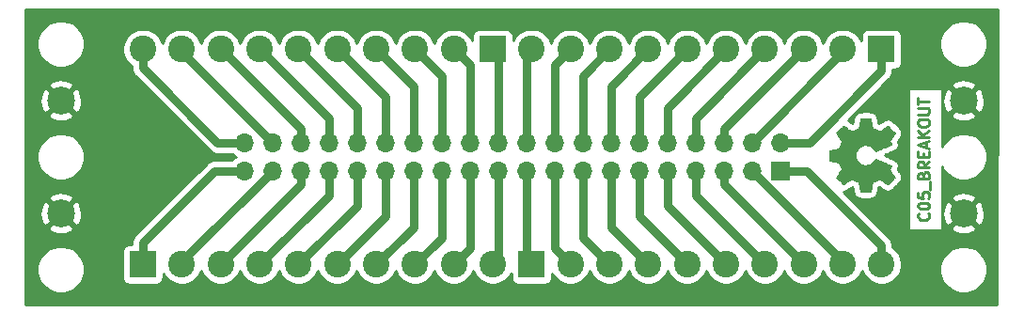
<source format=gbr>
G04 #@! TF.GenerationSoftware,KiCad,Pcbnew,5.1.5-52549c5~86~ubuntu18.04.1*
G04 #@! TF.CreationDate,2020-09-15T13:17:05-05:00*
G04 #@! TF.ProjectId,C05,4330352e-6b69-4636-9164-5f7063625858,rev?*
G04 #@! TF.SameCoordinates,Original*
G04 #@! TF.FileFunction,Copper,L1,Top*
G04 #@! TF.FilePolarity,Positive*
%FSLAX46Y46*%
G04 Gerber Fmt 4.6, Leading zero omitted, Abs format (unit mm)*
G04 Created by KiCad (PCBNEW 5.1.5-52549c5~86~ubuntu18.04.1) date 2020-09-15 13:17:05*
%MOMM*%
%LPD*%
G04 APERTURE LIST*
%ADD10C,0.250000*%
%ADD11C,0.010000*%
%ADD12C,2.400000*%
%ADD13R,2.400000X2.400000*%
%ADD14O,1.700000X1.700000*%
%ADD15R,1.700000X1.700000*%
%ADD16C,2.499360*%
%ADD17C,0.750000*%
%ADD18C,0.254000*%
G04 APERTURE END LIST*
D10*
X101906342Y-39047133D02*
X101953961Y-39094752D01*
X102001580Y-39237609D01*
X102001580Y-39332847D01*
X101953961Y-39475704D01*
X101858723Y-39570942D01*
X101763485Y-39618561D01*
X101573009Y-39666180D01*
X101430152Y-39666180D01*
X101239676Y-39618561D01*
X101144438Y-39570942D01*
X101049200Y-39475704D01*
X101001580Y-39332847D01*
X101001580Y-39237609D01*
X101049200Y-39094752D01*
X101096819Y-39047133D01*
X101001580Y-38428085D02*
X101001580Y-38332847D01*
X101049200Y-38237609D01*
X101096819Y-38189990D01*
X101192057Y-38142371D01*
X101382533Y-38094752D01*
X101620628Y-38094752D01*
X101811104Y-38142371D01*
X101906342Y-38189990D01*
X101953961Y-38237609D01*
X102001580Y-38332847D01*
X102001580Y-38428085D01*
X101953961Y-38523323D01*
X101906342Y-38570942D01*
X101811104Y-38618561D01*
X101620628Y-38666180D01*
X101382533Y-38666180D01*
X101192057Y-38618561D01*
X101096819Y-38570942D01*
X101049200Y-38523323D01*
X101001580Y-38428085D01*
X101001580Y-37189990D02*
X101001580Y-37666180D01*
X101477771Y-37713800D01*
X101430152Y-37666180D01*
X101382533Y-37570942D01*
X101382533Y-37332847D01*
X101430152Y-37237609D01*
X101477771Y-37189990D01*
X101573009Y-37142371D01*
X101811104Y-37142371D01*
X101906342Y-37189990D01*
X101953961Y-37237609D01*
X102001580Y-37332847D01*
X102001580Y-37570942D01*
X101953961Y-37666180D01*
X101906342Y-37713800D01*
X102096819Y-36951895D02*
X102096819Y-36189990D01*
X101477771Y-35618561D02*
X101525390Y-35475704D01*
X101573009Y-35428085D01*
X101668247Y-35380466D01*
X101811104Y-35380466D01*
X101906342Y-35428085D01*
X101953961Y-35475704D01*
X102001580Y-35570942D01*
X102001580Y-35951895D01*
X101001580Y-35951895D01*
X101001580Y-35618561D01*
X101049200Y-35523323D01*
X101096819Y-35475704D01*
X101192057Y-35428085D01*
X101287295Y-35428085D01*
X101382533Y-35475704D01*
X101430152Y-35523323D01*
X101477771Y-35618561D01*
X101477771Y-35951895D01*
X102001580Y-34380466D02*
X101525390Y-34713800D01*
X102001580Y-34951895D02*
X101001580Y-34951895D01*
X101001580Y-34570942D01*
X101049200Y-34475704D01*
X101096819Y-34428085D01*
X101192057Y-34380466D01*
X101334914Y-34380466D01*
X101430152Y-34428085D01*
X101477771Y-34475704D01*
X101525390Y-34570942D01*
X101525390Y-34951895D01*
X101477771Y-33951895D02*
X101477771Y-33618561D01*
X102001580Y-33475704D02*
X102001580Y-33951895D01*
X101001580Y-33951895D01*
X101001580Y-33475704D01*
X101715866Y-33094752D02*
X101715866Y-32618561D01*
X102001580Y-33189990D02*
X101001580Y-32856657D01*
X102001580Y-32523323D01*
X102001580Y-32189990D02*
X101001580Y-32189990D01*
X102001580Y-31618561D02*
X101430152Y-32047133D01*
X101001580Y-31618561D02*
X101573009Y-32189990D01*
X101001580Y-30999514D02*
X101001580Y-30809038D01*
X101049200Y-30713800D01*
X101144438Y-30618561D01*
X101334914Y-30570942D01*
X101668247Y-30570942D01*
X101858723Y-30618561D01*
X101953961Y-30713800D01*
X102001580Y-30809038D01*
X102001580Y-30999514D01*
X101953961Y-31094752D01*
X101858723Y-31189990D01*
X101668247Y-31237609D01*
X101334914Y-31237609D01*
X101144438Y-31189990D01*
X101049200Y-31094752D01*
X101001580Y-30999514D01*
X101001580Y-30142371D02*
X101811104Y-30142371D01*
X101906342Y-30094752D01*
X101953961Y-30047133D01*
X102001580Y-29951895D01*
X102001580Y-29761419D01*
X101953961Y-29666180D01*
X101906342Y-29618561D01*
X101811104Y-29570942D01*
X101001580Y-29570942D01*
X101001580Y-29237609D02*
X101001580Y-28666180D01*
X102001580Y-28951895D02*
X101001580Y-28951895D01*
D11*
G36*
X93430131Y-33276986D02*
G01*
X93874755Y-33193165D01*
X94002253Y-32883880D01*
X94129751Y-32574594D01*
X93877446Y-32203554D01*
X93807196Y-32099643D01*
X93744472Y-32005713D01*
X93692138Y-31926148D01*
X93653057Y-31865330D01*
X93630093Y-31827643D01*
X93625142Y-31817379D01*
X93637876Y-31798890D01*
X93673082Y-31759380D01*
X93726262Y-31703278D01*
X93792918Y-31635013D01*
X93868554Y-31559014D01*
X93948672Y-31479708D01*
X94028774Y-31401525D01*
X94104364Y-31328893D01*
X94170945Y-31266241D01*
X94224018Y-31217997D01*
X94259087Y-31188590D01*
X94270823Y-31181559D01*
X94292460Y-31191677D01*
X94339862Y-31220041D01*
X94408393Y-31263671D01*
X94493415Y-31319582D01*
X94590293Y-31384794D01*
X94645550Y-31422581D01*
X94746448Y-31491457D01*
X94837499Y-31552660D01*
X94914170Y-31603222D01*
X94971928Y-31640172D01*
X95006243Y-31660542D01*
X95013454Y-31663603D01*
X95033948Y-31656664D01*
X95081713Y-31637749D01*
X95150032Y-31609713D01*
X95232189Y-31575409D01*
X95321470Y-31537691D01*
X95411158Y-31499413D01*
X95494538Y-31463430D01*
X95564894Y-31432594D01*
X95615510Y-31409761D01*
X95639671Y-31397783D01*
X95640622Y-31397076D01*
X95645236Y-31378269D01*
X95655528Y-31328182D01*
X95670487Y-31252007D01*
X95689101Y-31154935D01*
X95710359Y-31042157D01*
X95722618Y-30976358D01*
X95745562Y-30855850D01*
X95767395Y-30747003D01*
X95786922Y-30655324D01*
X95802948Y-30586319D01*
X95814279Y-30545496D01*
X95817874Y-30537289D01*
X95842206Y-30529252D01*
X95897159Y-30522767D01*
X95976308Y-30517830D01*
X96073226Y-30514436D01*
X96181487Y-30512582D01*
X96294665Y-30512262D01*
X96406335Y-30513473D01*
X96510068Y-30516210D01*
X96599441Y-30520469D01*
X96668026Y-30526245D01*
X96709397Y-30533533D01*
X96718010Y-30537905D01*
X96728333Y-30564036D01*
X96743092Y-30619407D01*
X96760552Y-30696693D01*
X96778980Y-30788570D01*
X96784941Y-30820642D01*
X96813266Y-30975276D01*
X96836076Y-31097425D01*
X96854280Y-31191127D01*
X96868783Y-31260416D01*
X96880492Y-31309329D01*
X96890315Y-31341903D01*
X96899156Y-31362172D01*
X96907924Y-31374174D01*
X96909657Y-31375853D01*
X96937571Y-31392616D01*
X96991895Y-31418186D01*
X97065977Y-31450012D01*
X97153165Y-31485540D01*
X97246808Y-31522217D01*
X97340252Y-31557489D01*
X97426847Y-31588804D01*
X97499940Y-31613607D01*
X97552878Y-31629346D01*
X97579011Y-31633468D01*
X97579926Y-31633124D01*
X97601286Y-31619159D01*
X97648284Y-31587478D01*
X97716027Y-31541409D01*
X97799623Y-31484282D01*
X97894182Y-31419427D01*
X97921054Y-31400957D01*
X98018475Y-31335101D01*
X98107363Y-31277150D01*
X98182612Y-31230262D01*
X98239120Y-31197593D01*
X98271781Y-31182300D01*
X98275793Y-31181559D01*
X98296884Y-31194408D01*
X98338664Y-31229912D01*
X98396645Y-31283507D01*
X98466335Y-31350629D01*
X98543245Y-31426713D01*
X98622883Y-31507196D01*
X98700761Y-31587513D01*
X98772386Y-31663101D01*
X98833270Y-31729395D01*
X98878921Y-31781831D01*
X98904850Y-31815845D01*
X98909083Y-31825255D01*
X98899112Y-31847157D01*
X98872220Y-31892000D01*
X98832936Y-31952479D01*
X98801317Y-31999011D01*
X98743298Y-32083325D01*
X98674984Y-32183174D01*
X98606779Y-32283327D01*
X98570275Y-32337173D01*
X98447000Y-32519429D01*
X98529720Y-32672419D01*
X98565959Y-32742118D01*
X98594126Y-32801386D01*
X98610191Y-32841489D01*
X98612426Y-32851697D01*
X98595922Y-32863971D01*
X98549282Y-32888187D01*
X98476809Y-32922537D01*
X98382806Y-32965212D01*
X98271574Y-33014406D01*
X98147415Y-33068310D01*
X98014632Y-33125116D01*
X97877527Y-33183018D01*
X97740402Y-33240207D01*
X97607558Y-33294876D01*
X97483298Y-33345216D01*
X97371925Y-33389420D01*
X97277739Y-33425681D01*
X97205044Y-33452191D01*
X97158141Y-33467142D01*
X97142033Y-33469546D01*
X97121486Y-33450489D01*
X97088133Y-33408764D01*
X97048902Y-33353094D01*
X97045799Y-33348422D01*
X96930623Y-33204536D01*
X96796253Y-33088517D01*
X96646984Y-33001370D01*
X96487113Y-32944101D01*
X96320937Y-32917714D01*
X96152752Y-32923215D01*
X95986855Y-32961610D01*
X95827542Y-33033905D01*
X95792687Y-33055174D01*
X95651937Y-33165804D01*
X95538914Y-33296498D01*
X95454203Y-33442736D01*
X95398394Y-33599992D01*
X95372074Y-33763743D01*
X95375830Y-33929467D01*
X95410250Y-34092638D01*
X95475923Y-34248735D01*
X95573435Y-34393233D01*
X95613013Y-34437931D01*
X95736903Y-34551688D01*
X95867324Y-34634582D01*
X96013515Y-34691444D01*
X96158288Y-34723113D01*
X96321060Y-34730931D01*
X96484640Y-34704862D01*
X96643498Y-34647555D01*
X96792106Y-34561656D01*
X96924935Y-34449814D01*
X97036456Y-34314677D01*
X97048211Y-34296917D01*
X97086708Y-34240650D01*
X97120063Y-34197877D01*
X97141360Y-34177428D01*
X97142033Y-34177131D01*
X97165071Y-34181521D01*
X97217357Y-34198924D01*
X97294590Y-34227532D01*
X97392468Y-34265535D01*
X97506691Y-34311126D01*
X97632958Y-34362497D01*
X97766967Y-34417838D01*
X97904418Y-34475342D01*
X98041008Y-34533199D01*
X98172437Y-34589602D01*
X98294405Y-34642742D01*
X98402609Y-34690810D01*
X98492749Y-34731999D01*
X98560523Y-34764499D01*
X98601630Y-34786503D01*
X98612426Y-34795364D01*
X98604019Y-34822440D01*
X98581472Y-34873103D01*
X98548813Y-34938617D01*
X98529720Y-34974641D01*
X98447000Y-35127632D01*
X98570275Y-35309888D01*
X98633428Y-35402925D01*
X98702927Y-35504785D01*
X98768365Y-35600238D01*
X98801317Y-35648050D01*
X98846473Y-35715295D01*
X98882257Y-35772236D01*
X98904138Y-35811446D01*
X98908763Y-35824181D01*
X98896285Y-35842717D01*
X98861452Y-35883741D01*
X98807878Y-35943275D01*
X98739183Y-36017342D01*
X98658981Y-36101965D01*
X98607486Y-36155485D01*
X98515486Y-36249119D01*
X98433199Y-36330041D01*
X98364145Y-36394977D01*
X98311844Y-36440658D01*
X98279816Y-36463811D01*
X98273316Y-36466032D01*
X98248594Y-36455724D01*
X98198605Y-36427239D01*
X98128412Y-36383737D01*
X98043075Y-36328377D01*
X97947656Y-36264320D01*
X97921054Y-36246103D01*
X97824367Y-36179727D01*
X97737317Y-36120178D01*
X97664795Y-36070784D01*
X97611693Y-36034875D01*
X97582903Y-36015781D01*
X97579926Y-36013936D01*
X97556982Y-36016695D01*
X97506536Y-36031338D01*
X97435241Y-36055313D01*
X97349747Y-36086066D01*
X97256707Y-36121044D01*
X97162774Y-36157693D01*
X97074599Y-36193461D01*
X96998834Y-36225794D01*
X96942131Y-36252138D01*
X96911143Y-36269942D01*
X96909657Y-36271207D01*
X96900801Y-36282094D01*
X96892043Y-36300482D01*
X96882477Y-36330406D01*
X96871196Y-36375903D01*
X96857293Y-36441009D01*
X96839863Y-36529761D01*
X96817998Y-36646193D01*
X96790791Y-36794342D01*
X96784941Y-36826418D01*
X96766574Y-36921486D01*
X96748605Y-37004365D01*
X96732769Y-37067730D01*
X96720800Y-37104258D01*
X96718010Y-37109156D01*
X96693272Y-37117227D01*
X96637990Y-37123787D01*
X96558589Y-37128833D01*
X96461496Y-37132359D01*
X96353138Y-37134361D01*
X96239940Y-37134836D01*
X96128328Y-37133777D01*
X96024729Y-37131182D01*
X95935568Y-37127046D01*
X95867272Y-37121363D01*
X95826266Y-37114131D01*
X95817874Y-37109771D01*
X95809408Y-37085498D01*
X95795635Y-37030226D01*
X95777750Y-36949462D01*
X95756948Y-36848712D01*
X95734423Y-36733483D01*
X95722618Y-36670702D01*
X95700351Y-36551587D01*
X95680179Y-36445365D01*
X95663115Y-36357227D01*
X95650169Y-36292366D01*
X95642355Y-36255974D01*
X95640622Y-36249984D01*
X95621090Y-36239861D01*
X95574043Y-36218462D01*
X95506203Y-36188639D01*
X95424291Y-36153245D01*
X95335028Y-36115132D01*
X95245135Y-36077153D01*
X95161335Y-36042160D01*
X95090347Y-36013006D01*
X95038894Y-35992543D01*
X95013697Y-35983623D01*
X95012596Y-35983457D01*
X94992719Y-35993569D01*
X94946977Y-36021917D01*
X94879917Y-36065523D01*
X94796084Y-36121406D01*
X94700026Y-36186587D01*
X94644850Y-36224479D01*
X94543681Y-36293525D01*
X94451830Y-36354850D01*
X94373944Y-36405463D01*
X94314669Y-36442371D01*
X94278651Y-36462582D01*
X94270577Y-36465501D01*
X94251784Y-36452953D01*
X94211657Y-36418263D01*
X94154693Y-36365863D01*
X94085385Y-36300184D01*
X94008231Y-36225656D01*
X93927725Y-36146713D01*
X93848363Y-36067783D01*
X93774640Y-35993300D01*
X93711052Y-35927694D01*
X93662094Y-35875396D01*
X93632261Y-35840839D01*
X93625142Y-35829278D01*
X93635153Y-35810454D01*
X93663278Y-35765431D01*
X93706654Y-35698587D01*
X93762418Y-35614299D01*
X93827706Y-35516944D01*
X93877446Y-35443507D01*
X94129751Y-35072467D01*
X93874755Y-34453895D01*
X93430131Y-34370075D01*
X92985507Y-34286254D01*
X92985507Y-33360806D01*
X93430131Y-33276986D01*
G37*
X93430131Y-33276986D02*
X93874755Y-33193165D01*
X94002253Y-32883880D01*
X94129751Y-32574594D01*
X93877446Y-32203554D01*
X93807196Y-32099643D01*
X93744472Y-32005713D01*
X93692138Y-31926148D01*
X93653057Y-31865330D01*
X93630093Y-31827643D01*
X93625142Y-31817379D01*
X93637876Y-31798890D01*
X93673082Y-31759380D01*
X93726262Y-31703278D01*
X93792918Y-31635013D01*
X93868554Y-31559014D01*
X93948672Y-31479708D01*
X94028774Y-31401525D01*
X94104364Y-31328893D01*
X94170945Y-31266241D01*
X94224018Y-31217997D01*
X94259087Y-31188590D01*
X94270823Y-31181559D01*
X94292460Y-31191677D01*
X94339862Y-31220041D01*
X94408393Y-31263671D01*
X94493415Y-31319582D01*
X94590293Y-31384794D01*
X94645550Y-31422581D01*
X94746448Y-31491457D01*
X94837499Y-31552660D01*
X94914170Y-31603222D01*
X94971928Y-31640172D01*
X95006243Y-31660542D01*
X95013454Y-31663603D01*
X95033948Y-31656664D01*
X95081713Y-31637749D01*
X95150032Y-31609713D01*
X95232189Y-31575409D01*
X95321470Y-31537691D01*
X95411158Y-31499413D01*
X95494538Y-31463430D01*
X95564894Y-31432594D01*
X95615510Y-31409761D01*
X95639671Y-31397783D01*
X95640622Y-31397076D01*
X95645236Y-31378269D01*
X95655528Y-31328182D01*
X95670487Y-31252007D01*
X95689101Y-31154935D01*
X95710359Y-31042157D01*
X95722618Y-30976358D01*
X95745562Y-30855850D01*
X95767395Y-30747003D01*
X95786922Y-30655324D01*
X95802948Y-30586319D01*
X95814279Y-30545496D01*
X95817874Y-30537289D01*
X95842206Y-30529252D01*
X95897159Y-30522767D01*
X95976308Y-30517830D01*
X96073226Y-30514436D01*
X96181487Y-30512582D01*
X96294665Y-30512262D01*
X96406335Y-30513473D01*
X96510068Y-30516210D01*
X96599441Y-30520469D01*
X96668026Y-30526245D01*
X96709397Y-30533533D01*
X96718010Y-30537905D01*
X96728333Y-30564036D01*
X96743092Y-30619407D01*
X96760552Y-30696693D01*
X96778980Y-30788570D01*
X96784941Y-30820642D01*
X96813266Y-30975276D01*
X96836076Y-31097425D01*
X96854280Y-31191127D01*
X96868783Y-31260416D01*
X96880492Y-31309329D01*
X96890315Y-31341903D01*
X96899156Y-31362172D01*
X96907924Y-31374174D01*
X96909657Y-31375853D01*
X96937571Y-31392616D01*
X96991895Y-31418186D01*
X97065977Y-31450012D01*
X97153165Y-31485540D01*
X97246808Y-31522217D01*
X97340252Y-31557489D01*
X97426847Y-31588804D01*
X97499940Y-31613607D01*
X97552878Y-31629346D01*
X97579011Y-31633468D01*
X97579926Y-31633124D01*
X97601286Y-31619159D01*
X97648284Y-31587478D01*
X97716027Y-31541409D01*
X97799623Y-31484282D01*
X97894182Y-31419427D01*
X97921054Y-31400957D01*
X98018475Y-31335101D01*
X98107363Y-31277150D01*
X98182612Y-31230262D01*
X98239120Y-31197593D01*
X98271781Y-31182300D01*
X98275793Y-31181559D01*
X98296884Y-31194408D01*
X98338664Y-31229912D01*
X98396645Y-31283507D01*
X98466335Y-31350629D01*
X98543245Y-31426713D01*
X98622883Y-31507196D01*
X98700761Y-31587513D01*
X98772386Y-31663101D01*
X98833270Y-31729395D01*
X98878921Y-31781831D01*
X98904850Y-31815845D01*
X98909083Y-31825255D01*
X98899112Y-31847157D01*
X98872220Y-31892000D01*
X98832936Y-31952479D01*
X98801317Y-31999011D01*
X98743298Y-32083325D01*
X98674984Y-32183174D01*
X98606779Y-32283327D01*
X98570275Y-32337173D01*
X98447000Y-32519429D01*
X98529720Y-32672419D01*
X98565959Y-32742118D01*
X98594126Y-32801386D01*
X98610191Y-32841489D01*
X98612426Y-32851697D01*
X98595922Y-32863971D01*
X98549282Y-32888187D01*
X98476809Y-32922537D01*
X98382806Y-32965212D01*
X98271574Y-33014406D01*
X98147415Y-33068310D01*
X98014632Y-33125116D01*
X97877527Y-33183018D01*
X97740402Y-33240207D01*
X97607558Y-33294876D01*
X97483298Y-33345216D01*
X97371925Y-33389420D01*
X97277739Y-33425681D01*
X97205044Y-33452191D01*
X97158141Y-33467142D01*
X97142033Y-33469546D01*
X97121486Y-33450489D01*
X97088133Y-33408764D01*
X97048902Y-33353094D01*
X97045799Y-33348422D01*
X96930623Y-33204536D01*
X96796253Y-33088517D01*
X96646984Y-33001370D01*
X96487113Y-32944101D01*
X96320937Y-32917714D01*
X96152752Y-32923215D01*
X95986855Y-32961610D01*
X95827542Y-33033905D01*
X95792687Y-33055174D01*
X95651937Y-33165804D01*
X95538914Y-33296498D01*
X95454203Y-33442736D01*
X95398394Y-33599992D01*
X95372074Y-33763743D01*
X95375830Y-33929467D01*
X95410250Y-34092638D01*
X95475923Y-34248735D01*
X95573435Y-34393233D01*
X95613013Y-34437931D01*
X95736903Y-34551688D01*
X95867324Y-34634582D01*
X96013515Y-34691444D01*
X96158288Y-34723113D01*
X96321060Y-34730931D01*
X96484640Y-34704862D01*
X96643498Y-34647555D01*
X96792106Y-34561656D01*
X96924935Y-34449814D01*
X97036456Y-34314677D01*
X97048211Y-34296917D01*
X97086708Y-34240650D01*
X97120063Y-34197877D01*
X97141360Y-34177428D01*
X97142033Y-34177131D01*
X97165071Y-34181521D01*
X97217357Y-34198924D01*
X97294590Y-34227532D01*
X97392468Y-34265535D01*
X97506691Y-34311126D01*
X97632958Y-34362497D01*
X97766967Y-34417838D01*
X97904418Y-34475342D01*
X98041008Y-34533199D01*
X98172437Y-34589602D01*
X98294405Y-34642742D01*
X98402609Y-34690810D01*
X98492749Y-34731999D01*
X98560523Y-34764499D01*
X98601630Y-34786503D01*
X98612426Y-34795364D01*
X98604019Y-34822440D01*
X98581472Y-34873103D01*
X98548813Y-34938617D01*
X98529720Y-34974641D01*
X98447000Y-35127632D01*
X98570275Y-35309888D01*
X98633428Y-35402925D01*
X98702927Y-35504785D01*
X98768365Y-35600238D01*
X98801317Y-35648050D01*
X98846473Y-35715295D01*
X98882257Y-35772236D01*
X98904138Y-35811446D01*
X98908763Y-35824181D01*
X98896285Y-35842717D01*
X98861452Y-35883741D01*
X98807878Y-35943275D01*
X98739183Y-36017342D01*
X98658981Y-36101965D01*
X98607486Y-36155485D01*
X98515486Y-36249119D01*
X98433199Y-36330041D01*
X98364145Y-36394977D01*
X98311844Y-36440658D01*
X98279816Y-36463811D01*
X98273316Y-36466032D01*
X98248594Y-36455724D01*
X98198605Y-36427239D01*
X98128412Y-36383737D01*
X98043075Y-36328377D01*
X97947656Y-36264320D01*
X97921054Y-36246103D01*
X97824367Y-36179727D01*
X97737317Y-36120178D01*
X97664795Y-36070784D01*
X97611693Y-36034875D01*
X97582903Y-36015781D01*
X97579926Y-36013936D01*
X97556982Y-36016695D01*
X97506536Y-36031338D01*
X97435241Y-36055313D01*
X97349747Y-36086066D01*
X97256707Y-36121044D01*
X97162774Y-36157693D01*
X97074599Y-36193461D01*
X96998834Y-36225794D01*
X96942131Y-36252138D01*
X96911143Y-36269942D01*
X96909657Y-36271207D01*
X96900801Y-36282094D01*
X96892043Y-36300482D01*
X96882477Y-36330406D01*
X96871196Y-36375903D01*
X96857293Y-36441009D01*
X96839863Y-36529761D01*
X96817998Y-36646193D01*
X96790791Y-36794342D01*
X96784941Y-36826418D01*
X96766574Y-36921486D01*
X96748605Y-37004365D01*
X96732769Y-37067730D01*
X96720800Y-37104258D01*
X96718010Y-37109156D01*
X96693272Y-37117227D01*
X96637990Y-37123787D01*
X96558589Y-37128833D01*
X96461496Y-37132359D01*
X96353138Y-37134361D01*
X96239940Y-37134836D01*
X96128328Y-37133777D01*
X96024729Y-37131182D01*
X95935568Y-37127046D01*
X95867272Y-37121363D01*
X95826266Y-37114131D01*
X95817874Y-37109771D01*
X95809408Y-37085498D01*
X95795635Y-37030226D01*
X95777750Y-36949462D01*
X95756948Y-36848712D01*
X95734423Y-36733483D01*
X95722618Y-36670702D01*
X95700351Y-36551587D01*
X95680179Y-36445365D01*
X95663115Y-36357227D01*
X95650169Y-36292366D01*
X95642355Y-36255974D01*
X95640622Y-36249984D01*
X95621090Y-36239861D01*
X95574043Y-36218462D01*
X95506203Y-36188639D01*
X95424291Y-36153245D01*
X95335028Y-36115132D01*
X95245135Y-36077153D01*
X95161335Y-36042160D01*
X95090347Y-36013006D01*
X95038894Y-35992543D01*
X95013697Y-35983623D01*
X95012596Y-35983457D01*
X94992719Y-35993569D01*
X94946977Y-36021917D01*
X94879917Y-36065523D01*
X94796084Y-36121406D01*
X94700026Y-36186587D01*
X94644850Y-36224479D01*
X94543681Y-36293525D01*
X94451830Y-36354850D01*
X94373944Y-36405463D01*
X94314669Y-36442371D01*
X94278651Y-36462582D01*
X94270577Y-36465501D01*
X94251784Y-36452953D01*
X94211657Y-36418263D01*
X94154693Y-36365863D01*
X94085385Y-36300184D01*
X94008231Y-36225656D01*
X93927725Y-36146713D01*
X93848363Y-36067783D01*
X93774640Y-35993300D01*
X93711052Y-35927694D01*
X93662094Y-35875396D01*
X93632261Y-35840839D01*
X93625142Y-35829278D01*
X93635153Y-35810454D01*
X93663278Y-35765431D01*
X93706654Y-35698587D01*
X93762418Y-35614299D01*
X93827706Y-35516944D01*
X93877446Y-35443507D01*
X94129751Y-35072467D01*
X93874755Y-34453895D01*
X93430131Y-34370075D01*
X92985507Y-34286254D01*
X92985507Y-33360806D01*
X93430131Y-33276986D01*
D12*
X31200000Y-24277400D03*
X34700000Y-24277400D03*
X38200000Y-24277400D03*
X41700000Y-24277400D03*
X45200000Y-24277400D03*
X48700000Y-24277400D03*
X52200000Y-24277400D03*
X55700000Y-24277400D03*
X59200000Y-24277400D03*
D13*
X62700000Y-24277400D03*
D12*
X66200000Y-24277400D03*
X69700000Y-24277400D03*
X73200000Y-24277400D03*
X76700000Y-24277400D03*
X80200000Y-24277400D03*
X83700000Y-24277400D03*
X87200000Y-24277400D03*
X90700000Y-24277400D03*
X94200000Y-24277400D03*
D13*
X97700000Y-24277400D03*
D12*
X62700000Y-43662600D03*
X59200000Y-43662600D03*
X55700000Y-43662600D03*
X52200000Y-43662600D03*
X48700000Y-43662600D03*
X45200000Y-43662600D03*
X41700000Y-43662600D03*
X38200000Y-43662600D03*
X34700000Y-43662600D03*
D13*
X31200000Y-43662600D03*
D14*
X40320000Y-32700000D03*
X40320000Y-35240000D03*
X42860000Y-32700000D03*
X42860000Y-35240000D03*
X45400000Y-32700000D03*
X45400000Y-35240000D03*
X47940000Y-32700000D03*
X47940000Y-35240000D03*
X50480000Y-32700000D03*
X50480000Y-35240000D03*
X53020000Y-32700000D03*
X53020000Y-35240000D03*
X55560000Y-32700000D03*
X55560000Y-35240000D03*
X58100000Y-32700000D03*
X58100000Y-35240000D03*
X60640000Y-32700000D03*
X60640000Y-35240000D03*
X63180000Y-32700000D03*
X63180000Y-35240000D03*
X65720000Y-32700000D03*
X65720000Y-35240000D03*
X68260000Y-32700000D03*
X68260000Y-35240000D03*
X70800000Y-32700000D03*
X70800000Y-35240000D03*
X73340000Y-32700000D03*
X73340000Y-35240000D03*
X75880000Y-32700000D03*
X75880000Y-35240000D03*
X78420000Y-32700000D03*
X78420000Y-35240000D03*
X80960000Y-32700000D03*
X80960000Y-35240000D03*
X83500000Y-32700000D03*
X83500000Y-35240000D03*
X86040000Y-32700000D03*
X86040000Y-35240000D03*
X88580000Y-32700000D03*
D15*
X88580000Y-35240000D03*
D12*
X97700000Y-43662600D03*
X94200000Y-43662600D03*
X90700000Y-43662600D03*
X87200000Y-43662600D03*
X83700000Y-43662600D03*
X80200000Y-43662600D03*
X76700000Y-43662600D03*
X73200000Y-43662600D03*
X69700000Y-43662600D03*
D13*
X66200000Y-43662600D03*
D16*
X105090000Y-39050000D03*
X105090000Y-28890000D03*
X23810000Y-28890000D03*
X23810000Y-39050000D03*
D17*
X90180000Y-35240000D02*
X88580000Y-35240000D01*
X90974456Y-35240000D02*
X90180000Y-35240000D01*
X97700000Y-43662600D02*
X97700000Y-41965544D01*
X97700000Y-41965544D02*
X90974456Y-35240000D01*
X94200000Y-43400000D02*
X94200000Y-43662600D01*
X86040000Y-35240000D02*
X94200000Y-43400000D01*
X83500000Y-36462600D02*
X90700000Y-43662600D01*
X83500000Y-35240000D02*
X83500000Y-36462600D01*
X80960000Y-37422600D02*
X87200000Y-43662600D01*
X80960000Y-35240000D02*
X80960000Y-37422600D01*
X78420000Y-38382600D02*
X83700000Y-43662600D01*
X78420000Y-35240000D02*
X78420000Y-38382600D01*
X75880000Y-39342600D02*
X80200000Y-43662600D01*
X75880000Y-35240000D02*
X75880000Y-39342600D01*
X73340000Y-40302600D02*
X76700000Y-43662600D01*
X73340000Y-35240000D02*
X73340000Y-40302600D01*
X70800000Y-41262600D02*
X73200000Y-43662600D01*
X70800000Y-35240000D02*
X70800000Y-41262600D01*
X68260000Y-42222600D02*
X69700000Y-43662600D01*
X68260000Y-35240000D02*
X68260000Y-42222600D01*
X65720000Y-43182600D02*
X66200000Y-43662600D01*
X65720000Y-35240000D02*
X65720000Y-43182600D01*
X39117919Y-32700000D02*
X40320000Y-32700000D01*
X37925544Y-32700000D02*
X39117919Y-32700000D01*
X31200000Y-24277400D02*
X31200000Y-25974456D01*
X31200000Y-25974456D02*
X37925544Y-32700000D01*
X39117919Y-35240000D02*
X40320000Y-35240000D01*
X37672600Y-35240000D02*
X39117919Y-35240000D01*
X31200000Y-43662600D02*
X31200000Y-41712600D01*
X31200000Y-41712600D02*
X37672600Y-35240000D01*
X34700000Y-24540000D02*
X34700000Y-24277400D01*
X42860000Y-32700000D02*
X34700000Y-24540000D01*
X34700000Y-43400000D02*
X34700000Y-43662600D01*
X42860000Y-35240000D02*
X34700000Y-43400000D01*
X45400000Y-31477400D02*
X38200000Y-24277400D01*
X45400000Y-32700000D02*
X45400000Y-31477400D01*
X45400000Y-36462600D02*
X38200000Y-43662600D01*
X45400000Y-35240000D02*
X45400000Y-36462600D01*
X47940000Y-30517400D02*
X41700000Y-24277400D01*
X47940000Y-32700000D02*
X47940000Y-30517400D01*
X47940000Y-37422600D02*
X41700000Y-43662600D01*
X47940000Y-35240000D02*
X47940000Y-37422600D01*
X50480000Y-29557400D02*
X45200000Y-24277400D01*
X50480000Y-32700000D02*
X50480000Y-29557400D01*
X50480000Y-38382600D02*
X45200000Y-43662600D01*
X50480000Y-35240000D02*
X50480000Y-38382600D01*
X53020000Y-28597400D02*
X48700000Y-24277400D01*
X53020000Y-32700000D02*
X53020000Y-28597400D01*
X53020000Y-39342600D02*
X48700000Y-43662600D01*
X53020000Y-35240000D02*
X53020000Y-39342600D01*
X55560000Y-27637400D02*
X52200000Y-24277400D01*
X55560000Y-32700000D02*
X55560000Y-27637400D01*
X55560000Y-40302600D02*
X52200000Y-43662600D01*
X55560000Y-35240000D02*
X55560000Y-40302600D01*
X58100000Y-26677400D02*
X55700000Y-24277400D01*
X58100000Y-32700000D02*
X58100000Y-26677400D01*
X58100000Y-41262600D02*
X55700000Y-43662600D01*
X58100000Y-35240000D02*
X58100000Y-41262600D01*
X60640000Y-25717400D02*
X59200000Y-24277400D01*
X60640000Y-32700000D02*
X60640000Y-25717400D01*
X60640000Y-42222600D02*
X59200000Y-43662600D01*
X60640000Y-35240000D02*
X60640000Y-42222600D01*
X63180000Y-24757400D02*
X62700000Y-24277400D01*
X63180000Y-32700000D02*
X63180000Y-24757400D01*
X63180000Y-43182600D02*
X62700000Y-43662600D01*
X63180000Y-35240000D02*
X63180000Y-43182600D01*
X65720000Y-24757400D02*
X66200000Y-24277400D01*
X65720000Y-32700000D02*
X65720000Y-24757400D01*
X68260000Y-25717400D02*
X69700000Y-24277400D01*
X68260000Y-32700000D02*
X68260000Y-25717400D01*
X70800000Y-26677400D02*
X73200000Y-24277400D01*
X70800000Y-32700000D02*
X70800000Y-26677400D01*
X73340000Y-27637400D02*
X76700000Y-24277400D01*
X73340000Y-32700000D02*
X73340000Y-27637400D01*
X75880000Y-28597400D02*
X80200000Y-24277400D01*
X75880000Y-32700000D02*
X75880000Y-28597400D01*
X78420000Y-29557400D02*
X83700000Y-24277400D01*
X78420000Y-32700000D02*
X78420000Y-29557400D01*
X80960000Y-30517400D02*
X87200000Y-24277400D01*
X80960000Y-32700000D02*
X80960000Y-30517400D01*
X83500000Y-31477400D02*
X90700000Y-24277400D01*
X83500000Y-32700000D02*
X83500000Y-31477400D01*
X94200000Y-24540000D02*
X94200000Y-24277400D01*
X86040000Y-32700000D02*
X94200000Y-24540000D01*
X89782081Y-32700000D02*
X88580000Y-32700000D01*
X91227400Y-32700000D02*
X89782081Y-32700000D01*
X97700000Y-24277400D02*
X97700000Y-26227400D01*
X97700000Y-26227400D02*
X91227400Y-32700000D01*
D18*
G36*
X108203518Y-20700853D02*
G01*
X108102881Y-47244000D01*
X20660000Y-47244000D01*
X20660000Y-43919721D01*
X21675000Y-43919721D01*
X21675000Y-44340279D01*
X21757047Y-44752756D01*
X21917988Y-45141302D01*
X22151637Y-45490983D01*
X22449017Y-45788363D01*
X22798698Y-46022012D01*
X23187244Y-46182953D01*
X23599721Y-46265000D01*
X24020279Y-46265000D01*
X24432756Y-46182953D01*
X24821302Y-46022012D01*
X25170983Y-45788363D01*
X25468363Y-45490983D01*
X25702012Y-45141302D01*
X25862953Y-44752756D01*
X25945000Y-44340279D01*
X25945000Y-43919721D01*
X25862953Y-43507244D01*
X25702012Y-43118698D01*
X25468363Y-42769017D01*
X25170983Y-42471637D01*
X25157459Y-42462600D01*
X29361928Y-42462600D01*
X29361928Y-44862600D01*
X29374188Y-44987082D01*
X29410498Y-45106780D01*
X29469463Y-45217094D01*
X29548815Y-45313785D01*
X29645506Y-45393137D01*
X29755820Y-45452102D01*
X29875518Y-45488412D01*
X30000000Y-45500672D01*
X32400000Y-45500672D01*
X32524482Y-45488412D01*
X32644180Y-45452102D01*
X32754494Y-45393137D01*
X32851185Y-45313785D01*
X32930537Y-45217094D01*
X32989502Y-45106780D01*
X33025812Y-44987082D01*
X33038072Y-44862600D01*
X33038072Y-44445438D01*
X33073844Y-44531799D01*
X33274662Y-44832344D01*
X33530256Y-45087938D01*
X33830801Y-45288756D01*
X34164750Y-45427082D01*
X34519268Y-45497600D01*
X34880732Y-45497600D01*
X35235250Y-45427082D01*
X35569199Y-45288756D01*
X35869744Y-45087938D01*
X36125338Y-44832344D01*
X36326156Y-44531799D01*
X36450000Y-44232813D01*
X36573844Y-44531799D01*
X36774662Y-44832344D01*
X37030256Y-45087938D01*
X37330801Y-45288756D01*
X37664750Y-45427082D01*
X38019268Y-45497600D01*
X38380732Y-45497600D01*
X38735250Y-45427082D01*
X39069199Y-45288756D01*
X39369744Y-45087938D01*
X39625338Y-44832344D01*
X39826156Y-44531799D01*
X39950000Y-44232813D01*
X40073844Y-44531799D01*
X40274662Y-44832344D01*
X40530256Y-45087938D01*
X40830801Y-45288756D01*
X41164750Y-45427082D01*
X41519268Y-45497600D01*
X41880732Y-45497600D01*
X42235250Y-45427082D01*
X42569199Y-45288756D01*
X42869744Y-45087938D01*
X43125338Y-44832344D01*
X43326156Y-44531799D01*
X43450000Y-44232813D01*
X43573844Y-44531799D01*
X43774662Y-44832344D01*
X44030256Y-45087938D01*
X44330801Y-45288756D01*
X44664750Y-45427082D01*
X45019268Y-45497600D01*
X45380732Y-45497600D01*
X45735250Y-45427082D01*
X46069199Y-45288756D01*
X46369744Y-45087938D01*
X46625338Y-44832344D01*
X46826156Y-44531799D01*
X46950000Y-44232813D01*
X47073844Y-44531799D01*
X47274662Y-44832344D01*
X47530256Y-45087938D01*
X47830801Y-45288756D01*
X48164750Y-45427082D01*
X48519268Y-45497600D01*
X48880732Y-45497600D01*
X49235250Y-45427082D01*
X49569199Y-45288756D01*
X49869744Y-45087938D01*
X50125338Y-44832344D01*
X50326156Y-44531799D01*
X50450000Y-44232813D01*
X50573844Y-44531799D01*
X50774662Y-44832344D01*
X51030256Y-45087938D01*
X51330801Y-45288756D01*
X51664750Y-45427082D01*
X52019268Y-45497600D01*
X52380732Y-45497600D01*
X52735250Y-45427082D01*
X53069199Y-45288756D01*
X53369744Y-45087938D01*
X53625338Y-44832344D01*
X53826156Y-44531799D01*
X53950000Y-44232813D01*
X54073844Y-44531799D01*
X54274662Y-44832344D01*
X54530256Y-45087938D01*
X54830801Y-45288756D01*
X55164750Y-45427082D01*
X55519268Y-45497600D01*
X55880732Y-45497600D01*
X56235250Y-45427082D01*
X56569199Y-45288756D01*
X56869744Y-45087938D01*
X57125338Y-44832344D01*
X57326156Y-44531799D01*
X57450000Y-44232813D01*
X57573844Y-44531799D01*
X57774662Y-44832344D01*
X58030256Y-45087938D01*
X58330801Y-45288756D01*
X58664750Y-45427082D01*
X59019268Y-45497600D01*
X59380732Y-45497600D01*
X59735250Y-45427082D01*
X60069199Y-45288756D01*
X60369744Y-45087938D01*
X60625338Y-44832344D01*
X60826156Y-44531799D01*
X60950000Y-44232813D01*
X61073844Y-44531799D01*
X61274662Y-44832344D01*
X61530256Y-45087938D01*
X61830801Y-45288756D01*
X62164750Y-45427082D01*
X62519268Y-45497600D01*
X62880732Y-45497600D01*
X63235250Y-45427082D01*
X63569199Y-45288756D01*
X63869744Y-45087938D01*
X64125338Y-44832344D01*
X64326156Y-44531799D01*
X64361928Y-44445438D01*
X64361928Y-44862600D01*
X64374188Y-44987082D01*
X64410498Y-45106780D01*
X64469463Y-45217094D01*
X64548815Y-45313785D01*
X64645506Y-45393137D01*
X64755820Y-45452102D01*
X64875518Y-45488412D01*
X65000000Y-45500672D01*
X67400000Y-45500672D01*
X67524482Y-45488412D01*
X67644180Y-45452102D01*
X67754494Y-45393137D01*
X67851185Y-45313785D01*
X67930537Y-45217094D01*
X67989502Y-45106780D01*
X68025812Y-44987082D01*
X68038072Y-44862600D01*
X68038072Y-44445438D01*
X68073844Y-44531799D01*
X68274662Y-44832344D01*
X68530256Y-45087938D01*
X68830801Y-45288756D01*
X69164750Y-45427082D01*
X69519268Y-45497600D01*
X69880732Y-45497600D01*
X70235250Y-45427082D01*
X70569199Y-45288756D01*
X70869744Y-45087938D01*
X71125338Y-44832344D01*
X71326156Y-44531799D01*
X71450000Y-44232813D01*
X71573844Y-44531799D01*
X71774662Y-44832344D01*
X72030256Y-45087938D01*
X72330801Y-45288756D01*
X72664750Y-45427082D01*
X73019268Y-45497600D01*
X73380732Y-45497600D01*
X73735250Y-45427082D01*
X74069199Y-45288756D01*
X74369744Y-45087938D01*
X74625338Y-44832344D01*
X74826156Y-44531799D01*
X74950000Y-44232813D01*
X75073844Y-44531799D01*
X75274662Y-44832344D01*
X75530256Y-45087938D01*
X75830801Y-45288756D01*
X76164750Y-45427082D01*
X76519268Y-45497600D01*
X76880732Y-45497600D01*
X77235250Y-45427082D01*
X77569199Y-45288756D01*
X77869744Y-45087938D01*
X78125338Y-44832344D01*
X78326156Y-44531799D01*
X78450000Y-44232813D01*
X78573844Y-44531799D01*
X78774662Y-44832344D01*
X79030256Y-45087938D01*
X79330801Y-45288756D01*
X79664750Y-45427082D01*
X80019268Y-45497600D01*
X80380732Y-45497600D01*
X80735250Y-45427082D01*
X81069199Y-45288756D01*
X81369744Y-45087938D01*
X81625338Y-44832344D01*
X81826156Y-44531799D01*
X81950000Y-44232813D01*
X82073844Y-44531799D01*
X82274662Y-44832344D01*
X82530256Y-45087938D01*
X82830801Y-45288756D01*
X83164750Y-45427082D01*
X83519268Y-45497600D01*
X83880732Y-45497600D01*
X84235250Y-45427082D01*
X84569199Y-45288756D01*
X84869744Y-45087938D01*
X85125338Y-44832344D01*
X85326156Y-44531799D01*
X85450000Y-44232813D01*
X85573844Y-44531799D01*
X85774662Y-44832344D01*
X86030256Y-45087938D01*
X86330801Y-45288756D01*
X86664750Y-45427082D01*
X87019268Y-45497600D01*
X87380732Y-45497600D01*
X87735250Y-45427082D01*
X88069199Y-45288756D01*
X88369744Y-45087938D01*
X88625338Y-44832344D01*
X88826156Y-44531799D01*
X88950000Y-44232813D01*
X89073844Y-44531799D01*
X89274662Y-44832344D01*
X89530256Y-45087938D01*
X89830801Y-45288756D01*
X90164750Y-45427082D01*
X90519268Y-45497600D01*
X90880732Y-45497600D01*
X91235250Y-45427082D01*
X91569199Y-45288756D01*
X91869744Y-45087938D01*
X92125338Y-44832344D01*
X92326156Y-44531799D01*
X92450000Y-44232813D01*
X92573844Y-44531799D01*
X92774662Y-44832344D01*
X93030256Y-45087938D01*
X93330801Y-45288756D01*
X93664750Y-45427082D01*
X94019268Y-45497600D01*
X94380732Y-45497600D01*
X94735250Y-45427082D01*
X95069199Y-45288756D01*
X95369744Y-45087938D01*
X95625338Y-44832344D01*
X95826156Y-44531799D01*
X95950000Y-44232813D01*
X96073844Y-44531799D01*
X96274662Y-44832344D01*
X96530256Y-45087938D01*
X96830801Y-45288756D01*
X97164750Y-45427082D01*
X97519268Y-45497600D01*
X97880732Y-45497600D01*
X98235250Y-45427082D01*
X98569199Y-45288756D01*
X98869744Y-45087938D01*
X99125338Y-44832344D01*
X99326156Y-44531799D01*
X99464482Y-44197850D01*
X99519805Y-43919721D01*
X102955000Y-43919721D01*
X102955000Y-44340279D01*
X103037047Y-44752756D01*
X103197988Y-45141302D01*
X103431637Y-45490983D01*
X103729017Y-45788363D01*
X104078698Y-46022012D01*
X104467244Y-46182953D01*
X104879721Y-46265000D01*
X105300279Y-46265000D01*
X105712756Y-46182953D01*
X106101302Y-46022012D01*
X106450983Y-45788363D01*
X106748363Y-45490983D01*
X106982012Y-45141302D01*
X107142953Y-44752756D01*
X107225000Y-44340279D01*
X107225000Y-43919721D01*
X107142953Y-43507244D01*
X106982012Y-43118698D01*
X106748363Y-42769017D01*
X106450983Y-42471637D01*
X106101302Y-42237988D01*
X105712756Y-42077047D01*
X105300279Y-41995000D01*
X104879721Y-41995000D01*
X104467244Y-42077047D01*
X104078698Y-42237988D01*
X103729017Y-42471637D01*
X103431637Y-42769017D01*
X103197988Y-43118698D01*
X103037047Y-43507244D01*
X102955000Y-43919721D01*
X99519805Y-43919721D01*
X99535000Y-43843332D01*
X99535000Y-43481868D01*
X99464482Y-43127350D01*
X99326156Y-42793401D01*
X99125338Y-42492856D01*
X98869744Y-42237262D01*
X98710000Y-42130524D01*
X98710000Y-42015152D01*
X98714886Y-41965544D01*
X98695385Y-41767549D01*
X98637632Y-41577164D01*
X98604194Y-41514606D01*
X98543847Y-41401704D01*
X98417633Y-41247911D01*
X98379100Y-41216288D01*
X94268222Y-37105410D01*
X94269115Y-37105500D01*
X94313616Y-37101239D01*
X94358282Y-37099463D01*
X94375665Y-37095297D01*
X94393453Y-37093594D01*
X94436257Y-37080777D01*
X94447697Y-37078036D01*
X94468954Y-37073634D01*
X94472743Y-37072034D01*
X94479748Y-37070355D01*
X94488173Y-37067375D01*
X94496246Y-37064456D01*
X94505517Y-37060039D01*
X94513110Y-37057765D01*
X94538814Y-37044173D01*
X94539680Y-37043760D01*
X94584016Y-37025034D01*
X94591840Y-37020715D01*
X94627858Y-37000504D01*
X94636176Y-36994702D01*
X94645334Y-36990332D01*
X94652953Y-36985661D01*
X94712227Y-36948753D01*
X94713596Y-36947702D01*
X94715147Y-36946925D01*
X94722674Y-36942108D01*
X94800560Y-36891494D01*
X94800604Y-36891459D01*
X94807203Y-36887119D01*
X94899054Y-36825793D01*
X94899150Y-36825715D01*
X94904456Y-36822147D01*
X95005625Y-36753101D01*
X95005700Y-36753038D01*
X95007159Y-36752051D01*
X95060843Y-36715183D01*
X95077708Y-36703740D01*
X95093516Y-36788304D01*
X95093527Y-36788343D01*
X95093641Y-36788971D01*
X95105446Y-36851752D01*
X95105489Y-36851900D01*
X95106311Y-36856266D01*
X95128836Y-36971495D01*
X95128871Y-36971611D01*
X95130169Y-36978124D01*
X95150971Y-37078874D01*
X95151003Y-37078977D01*
X95151016Y-37079098D01*
X95152888Y-37087836D01*
X95170773Y-37168601D01*
X95172002Y-37172365D01*
X95172525Y-37176287D01*
X95174625Y-37184973D01*
X95188398Y-37240245D01*
X95196716Y-37263614D01*
X95202225Y-37287809D01*
X95205110Y-37296267D01*
X95213576Y-37320540D01*
X95228322Y-37352413D01*
X95230282Y-37357919D01*
X95232909Y-37362327D01*
X95234468Y-37365698D01*
X95253556Y-37411674D01*
X95260657Y-37422303D01*
X95266023Y-37433901D01*
X95295289Y-37474141D01*
X95322943Y-37515534D01*
X95331974Y-37524582D01*
X95339490Y-37534916D01*
X95376028Y-37568718D01*
X95377317Y-37570009D01*
X95378465Y-37571378D01*
X95379568Y-37572265D01*
X95411183Y-37603939D01*
X95421791Y-37611055D01*
X95431178Y-37619739D01*
X95462702Y-37639111D01*
X95475806Y-37649648D01*
X95491751Y-37657984D01*
X95514912Y-37673521D01*
X95522813Y-37677696D01*
X95531205Y-37682056D01*
X95535178Y-37683649D01*
X95537597Y-37685136D01*
X95554971Y-37691588D01*
X95559490Y-37693400D01*
X95586497Y-37707520D01*
X95617318Y-37716592D01*
X95647135Y-37728551D01*
X95677080Y-37734184D01*
X95706319Y-37742791D01*
X95715108Y-37744404D01*
X95756114Y-37751636D01*
X95780903Y-37753544D01*
X95805300Y-37758356D01*
X95814200Y-37759159D01*
X95882496Y-37764842D01*
X95889784Y-37764735D01*
X95896988Y-37765883D01*
X95905912Y-37766359D01*
X95995073Y-37770495D01*
X95997430Y-37770374D01*
X95999771Y-37770696D01*
X96008703Y-37770981D01*
X96112301Y-37773576D01*
X96112811Y-37773539D01*
X96113321Y-37773601D01*
X96122256Y-37773748D01*
X96233682Y-37774805D01*
X96233689Y-37774806D01*
X96233792Y-37774806D01*
X96233868Y-37774807D01*
X96233874Y-37774806D01*
X96242626Y-37774830D01*
X96355824Y-37774355D01*
X96355920Y-37774345D01*
X96356025Y-37774355D01*
X96364960Y-37774252D01*
X96473318Y-37772250D01*
X96474549Y-37772106D01*
X96475790Y-37772200D01*
X96484723Y-37771937D01*
X96581816Y-37768411D01*
X96586018Y-37767844D01*
X96590258Y-37768049D01*
X96599180Y-37767545D01*
X96678580Y-37762499D01*
X96691471Y-37760403D01*
X96704525Y-37760319D01*
X96713406Y-37759328D01*
X96768688Y-37752768D01*
X96825910Y-37740221D01*
X96883265Y-37728376D01*
X96890619Y-37726033D01*
X96890696Y-37726016D01*
X96890761Y-37725988D01*
X96891780Y-37725663D01*
X96916518Y-37717592D01*
X96956710Y-37699974D01*
X96997898Y-37684711D01*
X97013823Y-37674940D01*
X97030916Y-37667447D01*
X97066915Y-37642362D01*
X97104360Y-37619386D01*
X97118085Y-37606706D01*
X97133396Y-37596037D01*
X97163849Y-37564426D01*
X97196106Y-37534625D01*
X97207099Y-37519531D01*
X97220055Y-37506083D01*
X97243788Y-37469159D01*
X97269642Y-37433661D01*
X97274118Y-37425927D01*
X97276908Y-37421028D01*
X97281884Y-37409886D01*
X97287590Y-37401009D01*
X97300772Y-37367596D01*
X97301281Y-37366457D01*
X97326142Y-37312012D01*
X97327782Y-37307122D01*
X97327845Y-37306980D01*
X97327879Y-37306832D01*
X97328983Y-37303539D01*
X97340952Y-37267011D01*
X97344974Y-37248930D01*
X97351446Y-37231559D01*
X97353672Y-37222904D01*
X97369508Y-37159539D01*
X97370329Y-37154003D01*
X97372119Y-37148693D01*
X97374073Y-37139973D01*
X97392042Y-37057093D01*
X97392364Y-37054321D01*
X97393198Y-37051650D01*
X97394954Y-37042888D01*
X97413321Y-36947820D01*
X97413332Y-36947698D01*
X97414555Y-36941247D01*
X97420320Y-36909638D01*
X97447222Y-36763147D01*
X97453190Y-36731372D01*
X97481203Y-36720442D01*
X97558832Y-36773735D01*
X97558874Y-36773758D01*
X97559445Y-36774155D01*
X97586047Y-36792372D01*
X97586176Y-36792443D01*
X97590937Y-36795687D01*
X97686355Y-36859744D01*
X97686858Y-36860014D01*
X97687302Y-36860379D01*
X97694765Y-36865294D01*
X97780102Y-36920654D01*
X97782013Y-36921643D01*
X97783707Y-36922976D01*
X97791269Y-36927736D01*
X97861462Y-36971238D01*
X97868067Y-36974486D01*
X97874015Y-36978820D01*
X97881748Y-36983298D01*
X97931737Y-37011783D01*
X97963575Y-37026008D01*
X97994070Y-37042936D01*
X98002294Y-37046432D01*
X98027016Y-37056740D01*
X98044007Y-37061946D01*
X98045778Y-37062737D01*
X98048975Y-37063468D01*
X98064915Y-37068351D01*
X98101906Y-37082651D01*
X98124510Y-37086610D01*
X98146443Y-37093330D01*
X98185878Y-37097359D01*
X98224939Y-37104201D01*
X98247881Y-37103694D01*
X98270702Y-37106026D01*
X98310177Y-37102318D01*
X98349815Y-37101443D01*
X98372214Y-37096492D01*
X98395061Y-37094346D01*
X98412331Y-37089209D01*
X98420116Y-37088244D01*
X98441598Y-37081155D01*
X98471776Y-37074484D01*
X98480252Y-37071654D01*
X98486752Y-37069432D01*
X98501745Y-37062610D01*
X98514783Y-37058732D01*
X98523584Y-37054098D01*
X98538730Y-37049100D01*
X98568904Y-37032054D01*
X98600444Y-37017704D01*
X98621739Y-37002421D01*
X98625307Y-37000543D01*
X98626750Y-36999376D01*
X98647482Y-36987664D01*
X98654761Y-36982479D01*
X98686788Y-36959326D01*
X98705526Y-36942770D01*
X98726086Y-36928515D01*
X98732857Y-36922683D01*
X98785158Y-36877002D01*
X98790169Y-36871678D01*
X98796026Y-36867290D01*
X98802578Y-36861214D01*
X98871632Y-36796278D01*
X98873407Y-36794247D01*
X98875532Y-36792580D01*
X98881947Y-36786358D01*
X98964234Y-36705436D01*
X98964893Y-36704647D01*
X98965693Y-36703997D01*
X98972000Y-36697667D01*
X99064000Y-36604033D01*
X99064076Y-36603938D01*
X99068675Y-36599224D01*
X99120170Y-36545704D01*
X99120263Y-36545586D01*
X99123501Y-36542217D01*
X99203703Y-36457593D01*
X99203773Y-36457503D01*
X99208428Y-36452553D01*
X99277123Y-36378487D01*
X99277332Y-36378213D01*
X99277589Y-36377984D01*
X99283612Y-36371383D01*
X99337186Y-36311850D01*
X99340011Y-36308016D01*
X99343482Y-36304749D01*
X99349313Y-36297978D01*
X99384145Y-36256954D01*
X99401936Y-36231293D01*
X99422155Y-36207492D01*
X99427197Y-36200114D01*
X99439675Y-36181578D01*
X99451148Y-36160313D01*
X99455313Y-36154305D01*
X99459183Y-36145419D01*
X99461691Y-36140770D01*
X99485741Y-36101123D01*
X99491293Y-36085901D01*
X99498982Y-36071650D01*
X99512651Y-36027349D01*
X99528544Y-35983779D01*
X99531033Y-35967774D01*
X99535809Y-35952296D01*
X99540614Y-35906172D01*
X99547740Y-35860357D01*
X99547073Y-35844176D01*
X99548752Y-35828062D01*
X99544506Y-35781875D01*
X99542597Y-35735557D01*
X99538800Y-35719814D01*
X99537317Y-35703681D01*
X99524185Y-35659212D01*
X99517233Y-35630388D01*
X99515636Y-35622582D01*
X99514965Y-35620983D01*
X99513313Y-35614133D01*
X99510320Y-35605712D01*
X99505695Y-35592977D01*
X99502897Y-35587127D01*
X99501941Y-35583889D01*
X99495149Y-35570926D01*
X99485461Y-35550668D01*
X99467307Y-35507405D01*
X99463007Y-35499571D01*
X99441126Y-35460361D01*
X99434151Y-35450313D01*
X99428839Y-35439297D01*
X99424137Y-35431698D01*
X99388352Y-35374756D01*
X99385145Y-35370614D01*
X99382724Y-35365959D01*
X99377794Y-35358506D01*
X99332637Y-35291261D01*
X99332594Y-35291208D01*
X99328285Y-35284863D01*
X99295750Y-35237657D01*
X99231220Y-35143528D01*
X99189043Y-35081712D01*
X99199201Y-35051160D01*
X99212525Y-35020736D01*
X99215234Y-35012220D01*
X99223641Y-34985144D01*
X99227705Y-34965431D01*
X99228137Y-34964132D01*
X99228396Y-34962082D01*
X99236118Y-34924626D01*
X99248709Y-34864240D01*
X99248716Y-34863518D01*
X99248862Y-34862811D01*
X99249345Y-34801205D01*
X99249970Y-34739340D01*
X99249835Y-34738622D01*
X99249841Y-34737909D01*
X99238397Y-34677634D01*
X99226946Y-34616574D01*
X99226678Y-34615903D01*
X99226543Y-34615195D01*
X99203528Y-34558090D01*
X99180515Y-34500618D01*
X99180120Y-34500010D01*
X99179851Y-34499343D01*
X99146075Y-34447631D01*
X99112445Y-34395889D01*
X99111941Y-34395371D01*
X99111547Y-34394768D01*
X99068652Y-34350889D01*
X99025332Y-34306376D01*
X99024281Y-34305501D01*
X99024232Y-34305451D01*
X99024168Y-34305407D01*
X99018464Y-34300659D01*
X99007668Y-34291798D01*
X98959381Y-34259500D01*
X98911513Y-34226527D01*
X98903854Y-34222359D01*
X98903846Y-34222353D01*
X98903838Y-34222350D01*
X98903664Y-34222255D01*
X98862557Y-34200251D01*
X98853551Y-34196510D01*
X98845284Y-34191340D01*
X98837253Y-34187420D01*
X98769479Y-34154920D01*
X98768104Y-34154419D01*
X98766842Y-34153662D01*
X98758740Y-34149892D01*
X98668600Y-34108703D01*
X98668492Y-34108666D01*
X98662435Y-34105925D01*
X98554231Y-34057857D01*
X98554079Y-34057807D01*
X98550037Y-34056012D01*
X98428068Y-34002872D01*
X98427931Y-34002828D01*
X98424834Y-34001473D01*
X98293405Y-33945070D01*
X98293270Y-33945027D01*
X98290629Y-33943887D01*
X98154040Y-33886030D01*
X98153918Y-33885992D01*
X98151424Y-33884928D01*
X98013972Y-33827424D01*
X98013840Y-33827384D01*
X98011253Y-33826294D01*
X98004485Y-33823499D01*
X98123878Y-33773705D01*
X98123999Y-33773640D01*
X98126517Y-33772597D01*
X98263622Y-33714695D01*
X98263737Y-33714633D01*
X98266362Y-33713531D01*
X98399145Y-33656725D01*
X98399274Y-33656654D01*
X98402289Y-33655370D01*
X98526447Y-33601466D01*
X98526581Y-33601392D01*
X98530437Y-33599718D01*
X98641669Y-33550524D01*
X98641789Y-33550456D01*
X98647364Y-33547972D01*
X98741367Y-33505297D01*
X98742057Y-33504899D01*
X98742818Y-33504637D01*
X98750919Y-33500865D01*
X98823392Y-33466515D01*
X98829537Y-33462829D01*
X98836236Y-33460252D01*
X98844195Y-33456189D01*
X98890835Y-33431973D01*
X98930136Y-33406413D01*
X98970640Y-33382803D01*
X98977848Y-33377520D01*
X98994352Y-33365246D01*
X99031165Y-33331821D01*
X99069296Y-33299882D01*
X99077339Y-33289897D01*
X99086827Y-33281282D01*
X99116437Y-33241357D01*
X99147649Y-33202607D01*
X99153602Y-33191244D01*
X99161232Y-33180956D01*
X99182527Y-33136033D01*
X99205614Y-33091965D01*
X99209244Y-33079673D01*
X99214735Y-33068088D01*
X99226903Y-33019864D01*
X99240985Y-32972172D01*
X99242158Y-32959407D01*
X99245294Y-32946978D01*
X99247864Y-32897309D01*
X99252414Y-32847790D01*
X99251086Y-32835043D01*
X99251748Y-32822239D01*
X99244622Y-32773021D01*
X99241830Y-32746228D01*
X99240793Y-32732216D01*
X99240112Y-32729750D01*
X99239467Y-32723557D01*
X99237616Y-32714814D01*
X99235381Y-32704606D01*
X99234179Y-32700897D01*
X99233850Y-32698622D01*
X99228882Y-32684543D01*
X99220455Y-32658530D01*
X99207560Y-32611813D01*
X99204294Y-32603495D01*
X99189020Y-32565368D01*
X99203616Y-32543936D01*
X99270960Y-32445504D01*
X99328549Y-32361815D01*
X99328624Y-32361679D01*
X99330670Y-32358712D01*
X99362289Y-32312181D01*
X99363338Y-32310256D01*
X99364731Y-32308561D01*
X99369651Y-32301101D01*
X99408935Y-32240622D01*
X99412172Y-32234378D01*
X99416441Y-32228785D01*
X99421090Y-32221153D01*
X99447982Y-32176310D01*
X99461555Y-32147661D01*
X99477832Y-32120441D01*
X99481591Y-32112333D01*
X99491562Y-32090431D01*
X99497173Y-32074022D01*
X99505041Y-32058567D01*
X99517341Y-32015042D01*
X99531975Y-31972244D01*
X99534292Y-31955055D01*
X99539008Y-31938367D01*
X99542620Y-31893277D01*
X99548662Y-31848457D01*
X99547597Y-31831151D01*
X99548982Y-31813860D01*
X99543768Y-31768937D01*
X99540989Y-31723787D01*
X99536580Y-31707007D01*
X99534581Y-31689787D01*
X99526040Y-31663216D01*
X99525518Y-31659732D01*
X99520419Y-31645506D01*
X99509245Y-31602982D01*
X99501665Y-31587387D01*
X99496357Y-31570874D01*
X99492747Y-31562699D01*
X99488515Y-31553289D01*
X99485450Y-31547941D01*
X99483374Y-31542150D01*
X99463753Y-31509388D01*
X99454642Y-31490643D01*
X99446260Y-31479569D01*
X99426401Y-31444922D01*
X99422365Y-31440282D01*
X99419197Y-31434993D01*
X99413828Y-31427849D01*
X99387899Y-31393835D01*
X99376750Y-31381845D01*
X99367441Y-31368372D01*
X99361620Y-31361591D01*
X99315969Y-31309155D01*
X99313030Y-31306379D01*
X99310642Y-31303113D01*
X99304643Y-31296489D01*
X99243759Y-31230195D01*
X99243368Y-31229845D01*
X99243050Y-31229424D01*
X99236949Y-31222895D01*
X99165324Y-31147307D01*
X99165254Y-31147246D01*
X99160232Y-31141995D01*
X99082354Y-31061678D01*
X99082254Y-31061593D01*
X99077813Y-31057042D01*
X98998175Y-30976559D01*
X98998086Y-30976485D01*
X98993344Y-30971728D01*
X98916434Y-30895644D01*
X98916414Y-30895627D01*
X98910311Y-30889668D01*
X98840621Y-30822545D01*
X98838967Y-30821237D01*
X98837588Y-30819643D01*
X98831068Y-30813532D01*
X98773087Y-30759937D01*
X98765978Y-30754551D01*
X98759867Y-30748053D01*
X98753098Y-30742219D01*
X98711318Y-30706715D01*
X98673680Y-30680598D01*
X98637457Y-30652550D01*
X98629858Y-30647848D01*
X98608767Y-30634999D01*
X98571487Y-30617017D01*
X98535448Y-30596597D01*
X98515335Y-30589931D01*
X98496265Y-30580733D01*
X98456202Y-30570335D01*
X98416883Y-30557304D01*
X98395858Y-30554672D01*
X98375365Y-30549353D01*
X98334038Y-30546933D01*
X98292944Y-30541789D01*
X98271817Y-30543290D01*
X98250672Y-30542052D01*
X98209660Y-30547706D01*
X98168352Y-30550641D01*
X98159554Y-30552203D01*
X98155542Y-30552944D01*
X98141405Y-30557015D01*
X98126826Y-30558932D01*
X98081497Y-30574266D01*
X98035513Y-30587508D01*
X98022444Y-30594243D01*
X98008507Y-30598958D01*
X98000388Y-30602691D01*
X97967727Y-30617984D01*
X97947796Y-30629814D01*
X97926563Y-30639105D01*
X97918796Y-30643524D01*
X97862288Y-30676193D01*
X97857304Y-30679766D01*
X97851771Y-30682408D01*
X97844154Y-30687081D01*
X97768904Y-30733969D01*
X97767237Y-30735249D01*
X97765353Y-30736197D01*
X97757834Y-30741026D01*
X97668946Y-30798977D01*
X97668268Y-30799520D01*
X97667488Y-30799929D01*
X97660050Y-30804882D01*
X97562629Y-30870738D01*
X97562502Y-30870843D01*
X97558535Y-30873529D01*
X97532201Y-30891630D01*
X97532189Y-30891638D01*
X97481194Y-30926614D01*
X97476514Y-30924847D01*
X97453208Y-30915719D01*
X97442585Y-30858830D01*
X97414467Y-30705329D01*
X97414442Y-30705241D01*
X97414165Y-30703692D01*
X97408204Y-30671621D01*
X97408185Y-30671556D01*
X97408179Y-30671484D01*
X97406482Y-30662710D01*
X97388054Y-30570833D01*
X97387094Y-30567681D01*
X97386729Y-30564392D01*
X97384820Y-30555662D01*
X97367360Y-30478376D01*
X97364901Y-30470954D01*
X97363742Y-30463222D01*
X97361501Y-30454571D01*
X97346742Y-30399201D01*
X97335317Y-30368684D01*
X97326795Y-30337223D01*
X97323569Y-30328889D01*
X97313246Y-30302758D01*
X97303580Y-30283915D01*
X97302947Y-30282224D01*
X97301570Y-30279997D01*
X97295071Y-30267327D01*
X97279451Y-30230685D01*
X97266626Y-30211875D01*
X97256236Y-30191621D01*
X97231525Y-30160395D01*
X97209086Y-30127485D01*
X97192850Y-30111523D01*
X97178725Y-30093674D01*
X97148411Y-30067834D01*
X97120015Y-30039918D01*
X97100999Y-30027420D01*
X97083667Y-30012647D01*
X97065126Y-30002267D01*
X97059752Y-29997947D01*
X97042177Y-29988763D01*
X97015633Y-29971318D01*
X97007693Y-29967218D01*
X96999080Y-29962846D01*
X96984685Y-29957230D01*
X96974679Y-29951628D01*
X96965218Y-29948546D01*
X96949050Y-29940097D01*
X96915390Y-29930196D01*
X96882716Y-29917449D01*
X96855629Y-29912618D01*
X96829221Y-29904850D01*
X96820431Y-29903238D01*
X96779060Y-29895950D01*
X96754652Y-29894076D01*
X96730634Y-29889314D01*
X96721735Y-29888503D01*
X96653150Y-29882727D01*
X96645947Y-29882826D01*
X96638828Y-29881682D01*
X96629905Y-29881194D01*
X96540532Y-29876935D01*
X96538198Y-29877052D01*
X96535880Y-29876730D01*
X96526948Y-29876433D01*
X96423216Y-29873696D01*
X96422713Y-29873732D01*
X96422210Y-29873670D01*
X96413275Y-29873511D01*
X96301801Y-29872302D01*
X96301791Y-29872301D01*
X96301642Y-29872300D01*
X96301602Y-29872300D01*
X96292855Y-29872265D01*
X96179677Y-29872585D01*
X96179574Y-29872595D01*
X96179464Y-29872585D01*
X96170529Y-29872676D01*
X96062267Y-29874530D01*
X96061020Y-29874674D01*
X96059760Y-29874577D01*
X96050827Y-29874828D01*
X95953909Y-29878222D01*
X95949666Y-29878789D01*
X95945387Y-29878577D01*
X95936465Y-29879071D01*
X95857316Y-29884008D01*
X95844258Y-29886116D01*
X95831034Y-29886192D01*
X95822153Y-29887177D01*
X95767200Y-29893662D01*
X95708664Y-29906458D01*
X95649981Y-29918801D01*
X95645326Y-29920303D01*
X95645175Y-29920336D01*
X95645035Y-29920397D01*
X95641477Y-29921545D01*
X95617145Y-29929582D01*
X95604522Y-29935170D01*
X95591184Y-29938780D01*
X95547484Y-29960420D01*
X95502930Y-29980144D01*
X95491631Y-29988079D01*
X95479250Y-29994210D01*
X95440585Y-30023927D01*
X95400712Y-30051928D01*
X95391170Y-30061905D01*
X95380215Y-30070325D01*
X95348075Y-30106967D01*
X95314382Y-30142198D01*
X95306953Y-30153850D01*
X95297850Y-30164228D01*
X95273443Y-30206408D01*
X95247231Y-30247519D01*
X95242210Y-30260384D01*
X95235292Y-30272339D01*
X95231650Y-30280499D01*
X95228055Y-30288706D01*
X95215347Y-30327688D01*
X95200043Y-30365733D01*
X95197593Y-30374327D01*
X95186263Y-30415149D01*
X95184683Y-30424188D01*
X95181622Y-30432845D01*
X95179540Y-30441536D01*
X95163514Y-30510541D01*
X95163332Y-30511932D01*
X95162885Y-30513272D01*
X95160963Y-30522000D01*
X95141436Y-30613678D01*
X95141427Y-30613759D01*
X95139894Y-30621136D01*
X95118061Y-30729983D01*
X95118048Y-30730117D01*
X95116856Y-30736148D01*
X95093912Y-30856656D01*
X95093901Y-30856782D01*
X95093445Y-30859137D01*
X95081384Y-30923874D01*
X95077823Y-30942765D01*
X95006378Y-30893995D01*
X95006377Y-30893994D01*
X94951558Y-30856506D01*
X94951415Y-30856427D01*
X94947675Y-30853872D01*
X94850797Y-30788660D01*
X94850696Y-30788605D01*
X94845062Y-30784844D01*
X94760040Y-30728933D01*
X94759811Y-30728813D01*
X94759607Y-30728648D01*
X94752102Y-30723797D01*
X94683571Y-30680167D01*
X94679634Y-30678171D01*
X94678471Y-30677285D01*
X97544813Y-27810943D01*
X100131700Y-27810943D01*
X100131700Y-40616657D01*
X103151700Y-40616657D01*
X103151700Y-40363377D01*
X103956229Y-40363377D01*
X104082104Y-40653315D01*
X104414262Y-40819139D01*
X104772387Y-40916975D01*
X105142719Y-40943065D01*
X105511025Y-40896405D01*
X105863151Y-40778789D01*
X106097896Y-40653315D01*
X106223771Y-40363377D01*
X105090000Y-39229605D01*
X103956229Y-40363377D01*
X103151700Y-40363377D01*
X103151700Y-39102719D01*
X103196935Y-39102719D01*
X103243595Y-39471025D01*
X103361211Y-39823151D01*
X103486685Y-40057896D01*
X103776623Y-40183771D01*
X104910395Y-39050000D01*
X105269605Y-39050000D01*
X106403377Y-40183771D01*
X106693315Y-40057896D01*
X106859139Y-39725738D01*
X106956975Y-39367613D01*
X106983065Y-38997281D01*
X106936405Y-38628975D01*
X106818789Y-38276849D01*
X106693315Y-38042104D01*
X106403377Y-37916229D01*
X105269605Y-39050000D01*
X104910395Y-39050000D01*
X103776623Y-37916229D01*
X103486685Y-38042104D01*
X103320861Y-38374262D01*
X103223025Y-38732387D01*
X103196935Y-39102719D01*
X103151700Y-39102719D01*
X103151700Y-37736623D01*
X103956229Y-37736623D01*
X105090000Y-38870395D01*
X106223771Y-37736623D01*
X106097896Y-37446685D01*
X105765738Y-37280861D01*
X105407613Y-37183025D01*
X105037281Y-37156935D01*
X104668975Y-37203595D01*
X104316849Y-37321211D01*
X104082104Y-37446685D01*
X103956229Y-37736623D01*
X103151700Y-37736623D01*
X103151700Y-34869553D01*
X103197988Y-34981302D01*
X103431637Y-35330983D01*
X103729017Y-35628363D01*
X104078698Y-35862012D01*
X104467244Y-36022953D01*
X104879721Y-36105000D01*
X105300279Y-36105000D01*
X105712756Y-36022953D01*
X106101302Y-35862012D01*
X106450983Y-35628363D01*
X106748363Y-35330983D01*
X106982012Y-34981302D01*
X107142953Y-34592756D01*
X107225000Y-34180279D01*
X107225000Y-33759721D01*
X107142953Y-33347244D01*
X106982012Y-32958698D01*
X106748363Y-32609017D01*
X106450983Y-32311637D01*
X106101302Y-32077988D01*
X105712756Y-31917047D01*
X105300279Y-31835000D01*
X104879721Y-31835000D01*
X104467244Y-31917047D01*
X104078698Y-32077988D01*
X103729017Y-32311637D01*
X103431637Y-32609017D01*
X103197988Y-32958698D01*
X103151700Y-33070447D01*
X103151700Y-30203377D01*
X103956229Y-30203377D01*
X104082104Y-30493315D01*
X104414262Y-30659139D01*
X104772387Y-30756975D01*
X105142719Y-30783065D01*
X105511025Y-30736405D01*
X105863151Y-30618789D01*
X106097896Y-30493315D01*
X106223771Y-30203377D01*
X105090000Y-29069605D01*
X103956229Y-30203377D01*
X103151700Y-30203377D01*
X103151700Y-28942719D01*
X103196935Y-28942719D01*
X103243595Y-29311025D01*
X103361211Y-29663151D01*
X103486685Y-29897896D01*
X103776623Y-30023771D01*
X104910395Y-28890000D01*
X105269605Y-28890000D01*
X106403377Y-30023771D01*
X106693315Y-29897896D01*
X106859139Y-29565738D01*
X106956975Y-29207613D01*
X106983065Y-28837281D01*
X106936405Y-28468975D01*
X106818789Y-28116849D01*
X106693315Y-27882104D01*
X106403377Y-27756229D01*
X105269605Y-28890000D01*
X104910395Y-28890000D01*
X103776623Y-27756229D01*
X103486685Y-27882104D01*
X103320861Y-28214262D01*
X103223025Y-28572387D01*
X103196935Y-28942719D01*
X103151700Y-28942719D01*
X103151700Y-27810943D01*
X100131700Y-27810943D01*
X97544813Y-27810943D01*
X97779133Y-27576623D01*
X103956229Y-27576623D01*
X105090000Y-28710395D01*
X106223771Y-27576623D01*
X106097896Y-27286685D01*
X105765738Y-27120861D01*
X105407613Y-27023025D01*
X105037281Y-26996935D01*
X104668975Y-27043595D01*
X104316849Y-27161211D01*
X104082104Y-27286685D01*
X103956229Y-27576623D01*
X97779133Y-27576623D01*
X98379100Y-26976656D01*
X98417633Y-26945033D01*
X98543847Y-26791240D01*
X98637632Y-26615780D01*
X98679001Y-26479405D01*
X98695385Y-26425395D01*
X98714886Y-26227400D01*
X98710000Y-26177792D01*
X98710000Y-26115472D01*
X98900000Y-26115472D01*
X99024482Y-26103212D01*
X99144180Y-26066902D01*
X99254494Y-26007937D01*
X99351185Y-25928585D01*
X99430537Y-25831894D01*
X99489502Y-25721580D01*
X99525812Y-25601882D01*
X99538072Y-25477400D01*
X99538072Y-23599721D01*
X102955000Y-23599721D01*
X102955000Y-24020279D01*
X103037047Y-24432756D01*
X103197988Y-24821302D01*
X103431637Y-25170983D01*
X103729017Y-25468363D01*
X104078698Y-25702012D01*
X104467244Y-25862953D01*
X104879721Y-25945000D01*
X105300279Y-25945000D01*
X105712756Y-25862953D01*
X106101302Y-25702012D01*
X106450983Y-25468363D01*
X106748363Y-25170983D01*
X106982012Y-24821302D01*
X107142953Y-24432756D01*
X107225000Y-24020279D01*
X107225000Y-23599721D01*
X107142953Y-23187244D01*
X106982012Y-22798698D01*
X106748363Y-22449017D01*
X106450983Y-22151637D01*
X106101302Y-21917988D01*
X105712756Y-21757047D01*
X105300279Y-21675000D01*
X104879721Y-21675000D01*
X104467244Y-21757047D01*
X104078698Y-21917988D01*
X103729017Y-22151637D01*
X103431637Y-22449017D01*
X103197988Y-22798698D01*
X103037047Y-23187244D01*
X102955000Y-23599721D01*
X99538072Y-23599721D01*
X99538072Y-23077400D01*
X99525812Y-22952918D01*
X99489502Y-22833220D01*
X99430537Y-22722906D01*
X99351185Y-22626215D01*
X99254494Y-22546863D01*
X99144180Y-22487898D01*
X99024482Y-22451588D01*
X98900000Y-22439328D01*
X96500000Y-22439328D01*
X96375518Y-22451588D01*
X96255820Y-22487898D01*
X96145506Y-22546863D01*
X96048815Y-22626215D01*
X95969463Y-22722906D01*
X95910498Y-22833220D01*
X95874188Y-22952918D01*
X95861928Y-23077400D01*
X95861928Y-23494562D01*
X95826156Y-23408201D01*
X95625338Y-23107656D01*
X95369744Y-22852062D01*
X95069199Y-22651244D01*
X94735250Y-22512918D01*
X94380732Y-22442400D01*
X94019268Y-22442400D01*
X93664750Y-22512918D01*
X93330801Y-22651244D01*
X93030256Y-22852062D01*
X92774662Y-23107656D01*
X92573844Y-23408201D01*
X92450000Y-23707187D01*
X92326156Y-23408201D01*
X92125338Y-23107656D01*
X91869744Y-22852062D01*
X91569199Y-22651244D01*
X91235250Y-22512918D01*
X90880732Y-22442400D01*
X90519268Y-22442400D01*
X90164750Y-22512918D01*
X89830801Y-22651244D01*
X89530256Y-22852062D01*
X89274662Y-23107656D01*
X89073844Y-23408201D01*
X88950000Y-23707187D01*
X88826156Y-23408201D01*
X88625338Y-23107656D01*
X88369744Y-22852062D01*
X88069199Y-22651244D01*
X87735250Y-22512918D01*
X87380732Y-22442400D01*
X87019268Y-22442400D01*
X86664750Y-22512918D01*
X86330801Y-22651244D01*
X86030256Y-22852062D01*
X85774662Y-23107656D01*
X85573844Y-23408201D01*
X85450000Y-23707187D01*
X85326156Y-23408201D01*
X85125338Y-23107656D01*
X84869744Y-22852062D01*
X84569199Y-22651244D01*
X84235250Y-22512918D01*
X83880732Y-22442400D01*
X83519268Y-22442400D01*
X83164750Y-22512918D01*
X82830801Y-22651244D01*
X82530256Y-22852062D01*
X82274662Y-23107656D01*
X82073844Y-23408201D01*
X81950000Y-23707187D01*
X81826156Y-23408201D01*
X81625338Y-23107656D01*
X81369744Y-22852062D01*
X81069199Y-22651244D01*
X80735250Y-22512918D01*
X80380732Y-22442400D01*
X80019268Y-22442400D01*
X79664750Y-22512918D01*
X79330801Y-22651244D01*
X79030256Y-22852062D01*
X78774662Y-23107656D01*
X78573844Y-23408201D01*
X78450000Y-23707187D01*
X78326156Y-23408201D01*
X78125338Y-23107656D01*
X77869744Y-22852062D01*
X77569199Y-22651244D01*
X77235250Y-22512918D01*
X76880732Y-22442400D01*
X76519268Y-22442400D01*
X76164750Y-22512918D01*
X75830801Y-22651244D01*
X75530256Y-22852062D01*
X75274662Y-23107656D01*
X75073844Y-23408201D01*
X74950000Y-23707187D01*
X74826156Y-23408201D01*
X74625338Y-23107656D01*
X74369744Y-22852062D01*
X74069199Y-22651244D01*
X73735250Y-22512918D01*
X73380732Y-22442400D01*
X73019268Y-22442400D01*
X72664750Y-22512918D01*
X72330801Y-22651244D01*
X72030256Y-22852062D01*
X71774662Y-23107656D01*
X71573844Y-23408201D01*
X71450000Y-23707187D01*
X71326156Y-23408201D01*
X71125338Y-23107656D01*
X70869744Y-22852062D01*
X70569199Y-22651244D01*
X70235250Y-22512918D01*
X69880732Y-22442400D01*
X69519268Y-22442400D01*
X69164750Y-22512918D01*
X68830801Y-22651244D01*
X68530256Y-22852062D01*
X68274662Y-23107656D01*
X68073844Y-23408201D01*
X67950000Y-23707187D01*
X67826156Y-23408201D01*
X67625338Y-23107656D01*
X67369744Y-22852062D01*
X67069199Y-22651244D01*
X66735250Y-22512918D01*
X66380732Y-22442400D01*
X66019268Y-22442400D01*
X65664750Y-22512918D01*
X65330801Y-22651244D01*
X65030256Y-22852062D01*
X64774662Y-23107656D01*
X64573844Y-23408201D01*
X64538072Y-23494562D01*
X64538072Y-23077400D01*
X64525812Y-22952918D01*
X64489502Y-22833220D01*
X64430537Y-22722906D01*
X64351185Y-22626215D01*
X64254494Y-22546863D01*
X64144180Y-22487898D01*
X64024482Y-22451588D01*
X63900000Y-22439328D01*
X61500000Y-22439328D01*
X61375518Y-22451588D01*
X61255820Y-22487898D01*
X61145506Y-22546863D01*
X61048815Y-22626215D01*
X60969463Y-22722906D01*
X60910498Y-22833220D01*
X60874188Y-22952918D01*
X60861928Y-23077400D01*
X60861928Y-23494562D01*
X60826156Y-23408201D01*
X60625338Y-23107656D01*
X60369744Y-22852062D01*
X60069199Y-22651244D01*
X59735250Y-22512918D01*
X59380732Y-22442400D01*
X59019268Y-22442400D01*
X58664750Y-22512918D01*
X58330801Y-22651244D01*
X58030256Y-22852062D01*
X57774662Y-23107656D01*
X57573844Y-23408201D01*
X57450000Y-23707187D01*
X57326156Y-23408201D01*
X57125338Y-23107656D01*
X56869744Y-22852062D01*
X56569199Y-22651244D01*
X56235250Y-22512918D01*
X55880732Y-22442400D01*
X55519268Y-22442400D01*
X55164750Y-22512918D01*
X54830801Y-22651244D01*
X54530256Y-22852062D01*
X54274662Y-23107656D01*
X54073844Y-23408201D01*
X53950000Y-23707187D01*
X53826156Y-23408201D01*
X53625338Y-23107656D01*
X53369744Y-22852062D01*
X53069199Y-22651244D01*
X52735250Y-22512918D01*
X52380732Y-22442400D01*
X52019268Y-22442400D01*
X51664750Y-22512918D01*
X51330801Y-22651244D01*
X51030256Y-22852062D01*
X50774662Y-23107656D01*
X50573844Y-23408201D01*
X50450000Y-23707187D01*
X50326156Y-23408201D01*
X50125338Y-23107656D01*
X49869744Y-22852062D01*
X49569199Y-22651244D01*
X49235250Y-22512918D01*
X48880732Y-22442400D01*
X48519268Y-22442400D01*
X48164750Y-22512918D01*
X47830801Y-22651244D01*
X47530256Y-22852062D01*
X47274662Y-23107656D01*
X47073844Y-23408201D01*
X46950000Y-23707187D01*
X46826156Y-23408201D01*
X46625338Y-23107656D01*
X46369744Y-22852062D01*
X46069199Y-22651244D01*
X45735250Y-22512918D01*
X45380732Y-22442400D01*
X45019268Y-22442400D01*
X44664750Y-22512918D01*
X44330801Y-22651244D01*
X44030256Y-22852062D01*
X43774662Y-23107656D01*
X43573844Y-23408201D01*
X43450000Y-23707187D01*
X43326156Y-23408201D01*
X43125338Y-23107656D01*
X42869744Y-22852062D01*
X42569199Y-22651244D01*
X42235250Y-22512918D01*
X41880732Y-22442400D01*
X41519268Y-22442400D01*
X41164750Y-22512918D01*
X40830801Y-22651244D01*
X40530256Y-22852062D01*
X40274662Y-23107656D01*
X40073844Y-23408201D01*
X39950000Y-23707187D01*
X39826156Y-23408201D01*
X39625338Y-23107656D01*
X39369744Y-22852062D01*
X39069199Y-22651244D01*
X38735250Y-22512918D01*
X38380732Y-22442400D01*
X38019268Y-22442400D01*
X37664750Y-22512918D01*
X37330801Y-22651244D01*
X37030256Y-22852062D01*
X36774662Y-23107656D01*
X36573844Y-23408201D01*
X36450000Y-23707187D01*
X36326156Y-23408201D01*
X36125338Y-23107656D01*
X35869744Y-22852062D01*
X35569199Y-22651244D01*
X35235250Y-22512918D01*
X34880732Y-22442400D01*
X34519268Y-22442400D01*
X34164750Y-22512918D01*
X33830801Y-22651244D01*
X33530256Y-22852062D01*
X33274662Y-23107656D01*
X33073844Y-23408201D01*
X32950000Y-23707187D01*
X32826156Y-23408201D01*
X32625338Y-23107656D01*
X32369744Y-22852062D01*
X32069199Y-22651244D01*
X31735250Y-22512918D01*
X31380732Y-22442400D01*
X31019268Y-22442400D01*
X30664750Y-22512918D01*
X30330801Y-22651244D01*
X30030256Y-22852062D01*
X29774662Y-23107656D01*
X29573844Y-23408201D01*
X29435518Y-23742150D01*
X29365000Y-24096668D01*
X29365000Y-24458132D01*
X29435518Y-24812650D01*
X29573844Y-25146599D01*
X29774662Y-25447144D01*
X30030256Y-25702738D01*
X30190001Y-25809476D01*
X30190001Y-25924839D01*
X30185114Y-25974456D01*
X30204615Y-26172450D01*
X30262368Y-26362835D01*
X30356154Y-26538296D01*
X30441274Y-26642015D01*
X30482368Y-26692089D01*
X30520901Y-26723712D01*
X37176288Y-33379100D01*
X37207911Y-33417633D01*
X37361704Y-33543847D01*
X37517986Y-33627381D01*
X37537164Y-33637632D01*
X37727549Y-33695385D01*
X37925544Y-33714886D01*
X37975152Y-33710000D01*
X39229893Y-33710000D01*
X39373368Y-33853475D01*
X39547760Y-33970000D01*
X39373368Y-34086525D01*
X39229893Y-34230000D01*
X37722208Y-34230000D01*
X37672600Y-34225114D01*
X37474605Y-34244615D01*
X37300657Y-34297382D01*
X37284220Y-34302368D01*
X37108760Y-34396153D01*
X36954967Y-34522367D01*
X36923344Y-34560900D01*
X30520901Y-40963344D01*
X30482368Y-40994967D01*
X30450745Y-41033500D01*
X30450744Y-41033501D01*
X30356154Y-41148760D01*
X30262368Y-41324221D01*
X30204615Y-41514606D01*
X30185114Y-41712600D01*
X30190001Y-41762217D01*
X30190001Y-41824528D01*
X30000000Y-41824528D01*
X29875518Y-41836788D01*
X29755820Y-41873098D01*
X29645506Y-41932063D01*
X29548815Y-42011415D01*
X29469463Y-42108106D01*
X29410498Y-42218420D01*
X29374188Y-42338118D01*
X29361928Y-42462600D01*
X25157459Y-42462600D01*
X24821302Y-42237988D01*
X24432756Y-42077047D01*
X24020279Y-41995000D01*
X23599721Y-41995000D01*
X23187244Y-42077047D01*
X22798698Y-42237988D01*
X22449017Y-42471637D01*
X22151637Y-42769017D01*
X21917988Y-43118698D01*
X21757047Y-43507244D01*
X21675000Y-43919721D01*
X20660000Y-43919721D01*
X20660000Y-40363377D01*
X22676229Y-40363377D01*
X22802104Y-40653315D01*
X23134262Y-40819139D01*
X23492387Y-40916975D01*
X23862719Y-40943065D01*
X24231025Y-40896405D01*
X24583151Y-40778789D01*
X24817896Y-40653315D01*
X24943771Y-40363377D01*
X23810000Y-39229605D01*
X22676229Y-40363377D01*
X20660000Y-40363377D01*
X20660000Y-39102719D01*
X21916935Y-39102719D01*
X21963595Y-39471025D01*
X22081211Y-39823151D01*
X22206685Y-40057896D01*
X22496623Y-40183771D01*
X23630395Y-39050000D01*
X23989605Y-39050000D01*
X25123377Y-40183771D01*
X25413315Y-40057896D01*
X25579139Y-39725738D01*
X25676975Y-39367613D01*
X25703065Y-38997281D01*
X25656405Y-38628975D01*
X25538789Y-38276849D01*
X25413315Y-38042104D01*
X25123377Y-37916229D01*
X23989605Y-39050000D01*
X23630395Y-39050000D01*
X22496623Y-37916229D01*
X22206685Y-38042104D01*
X22040861Y-38374262D01*
X21943025Y-38732387D01*
X21916935Y-39102719D01*
X20660000Y-39102719D01*
X20660000Y-37736623D01*
X22676229Y-37736623D01*
X23810000Y-38870395D01*
X24943771Y-37736623D01*
X24817896Y-37446685D01*
X24485738Y-37280861D01*
X24127613Y-37183025D01*
X23757281Y-37156935D01*
X23388975Y-37203595D01*
X23036849Y-37321211D01*
X22802104Y-37446685D01*
X22676229Y-37736623D01*
X20660000Y-37736623D01*
X20660000Y-33759721D01*
X21675000Y-33759721D01*
X21675000Y-34180279D01*
X21757047Y-34592756D01*
X21917988Y-34981302D01*
X22151637Y-35330983D01*
X22449017Y-35628363D01*
X22798698Y-35862012D01*
X23187244Y-36022953D01*
X23599721Y-36105000D01*
X24020279Y-36105000D01*
X24432756Y-36022953D01*
X24821302Y-35862012D01*
X25170983Y-35628363D01*
X25468363Y-35330983D01*
X25702012Y-34981302D01*
X25862953Y-34592756D01*
X25945000Y-34180279D01*
X25945000Y-33759721D01*
X25862953Y-33347244D01*
X25702012Y-32958698D01*
X25468363Y-32609017D01*
X25170983Y-32311637D01*
X24821302Y-32077988D01*
X24432756Y-31917047D01*
X24020279Y-31835000D01*
X23599721Y-31835000D01*
X23187244Y-31917047D01*
X22798698Y-32077988D01*
X22449017Y-32311637D01*
X22151637Y-32609017D01*
X21917988Y-32958698D01*
X21757047Y-33347244D01*
X21675000Y-33759721D01*
X20660000Y-33759721D01*
X20660000Y-30203377D01*
X22676229Y-30203377D01*
X22802104Y-30493315D01*
X23134262Y-30659139D01*
X23492387Y-30756975D01*
X23862719Y-30783065D01*
X24231025Y-30736405D01*
X24583151Y-30618789D01*
X24817896Y-30493315D01*
X24943771Y-30203377D01*
X23810000Y-29069605D01*
X22676229Y-30203377D01*
X20660000Y-30203377D01*
X20660000Y-28942719D01*
X21916935Y-28942719D01*
X21963595Y-29311025D01*
X22081211Y-29663151D01*
X22206685Y-29897896D01*
X22496623Y-30023771D01*
X23630395Y-28890000D01*
X23989605Y-28890000D01*
X25123377Y-30023771D01*
X25413315Y-29897896D01*
X25579139Y-29565738D01*
X25676975Y-29207613D01*
X25703065Y-28837281D01*
X25656405Y-28468975D01*
X25538789Y-28116849D01*
X25413315Y-27882104D01*
X25123377Y-27756229D01*
X23989605Y-28890000D01*
X23630395Y-28890000D01*
X22496623Y-27756229D01*
X22206685Y-27882104D01*
X22040861Y-28214262D01*
X21943025Y-28572387D01*
X21916935Y-28942719D01*
X20660000Y-28942719D01*
X20660000Y-27576623D01*
X22676229Y-27576623D01*
X23810000Y-28710395D01*
X24943771Y-27576623D01*
X24817896Y-27286685D01*
X24485738Y-27120861D01*
X24127613Y-27023025D01*
X23757281Y-26996935D01*
X23388975Y-27043595D01*
X23036849Y-27161211D01*
X22802104Y-27286685D01*
X22676229Y-27576623D01*
X20660000Y-27576623D01*
X20660000Y-23599721D01*
X21675000Y-23599721D01*
X21675000Y-24020279D01*
X21757047Y-24432756D01*
X21917988Y-24821302D01*
X22151637Y-25170983D01*
X22449017Y-25468363D01*
X22798698Y-25702012D01*
X23187244Y-25862953D01*
X23599721Y-25945000D01*
X24020279Y-25945000D01*
X24432756Y-25862953D01*
X24821302Y-25702012D01*
X25170983Y-25468363D01*
X25468363Y-25170983D01*
X25702012Y-24821302D01*
X25862953Y-24432756D01*
X25945000Y-24020279D01*
X25945000Y-23599721D01*
X25862953Y-23187244D01*
X25702012Y-22798698D01*
X25468363Y-22449017D01*
X25170983Y-22151637D01*
X24821302Y-21917988D01*
X24432756Y-21757047D01*
X24020279Y-21675000D01*
X23599721Y-21675000D01*
X23187244Y-21757047D01*
X22798698Y-21917988D01*
X22449017Y-22151637D01*
X22151637Y-22449017D01*
X21917988Y-22798698D01*
X21757047Y-23187244D01*
X21675000Y-23599721D01*
X20660000Y-23599721D01*
X20660000Y-20660000D01*
X72886277Y-20660000D01*
X108203518Y-20700853D01*
G37*
X108203518Y-20700853D02*
X108102881Y-47244000D01*
X20660000Y-47244000D01*
X20660000Y-43919721D01*
X21675000Y-43919721D01*
X21675000Y-44340279D01*
X21757047Y-44752756D01*
X21917988Y-45141302D01*
X22151637Y-45490983D01*
X22449017Y-45788363D01*
X22798698Y-46022012D01*
X23187244Y-46182953D01*
X23599721Y-46265000D01*
X24020279Y-46265000D01*
X24432756Y-46182953D01*
X24821302Y-46022012D01*
X25170983Y-45788363D01*
X25468363Y-45490983D01*
X25702012Y-45141302D01*
X25862953Y-44752756D01*
X25945000Y-44340279D01*
X25945000Y-43919721D01*
X25862953Y-43507244D01*
X25702012Y-43118698D01*
X25468363Y-42769017D01*
X25170983Y-42471637D01*
X25157459Y-42462600D01*
X29361928Y-42462600D01*
X29361928Y-44862600D01*
X29374188Y-44987082D01*
X29410498Y-45106780D01*
X29469463Y-45217094D01*
X29548815Y-45313785D01*
X29645506Y-45393137D01*
X29755820Y-45452102D01*
X29875518Y-45488412D01*
X30000000Y-45500672D01*
X32400000Y-45500672D01*
X32524482Y-45488412D01*
X32644180Y-45452102D01*
X32754494Y-45393137D01*
X32851185Y-45313785D01*
X32930537Y-45217094D01*
X32989502Y-45106780D01*
X33025812Y-44987082D01*
X33038072Y-44862600D01*
X33038072Y-44445438D01*
X33073844Y-44531799D01*
X33274662Y-44832344D01*
X33530256Y-45087938D01*
X33830801Y-45288756D01*
X34164750Y-45427082D01*
X34519268Y-45497600D01*
X34880732Y-45497600D01*
X35235250Y-45427082D01*
X35569199Y-45288756D01*
X35869744Y-45087938D01*
X36125338Y-44832344D01*
X36326156Y-44531799D01*
X36450000Y-44232813D01*
X36573844Y-44531799D01*
X36774662Y-44832344D01*
X37030256Y-45087938D01*
X37330801Y-45288756D01*
X37664750Y-45427082D01*
X38019268Y-45497600D01*
X38380732Y-45497600D01*
X38735250Y-45427082D01*
X39069199Y-45288756D01*
X39369744Y-45087938D01*
X39625338Y-44832344D01*
X39826156Y-44531799D01*
X39950000Y-44232813D01*
X40073844Y-44531799D01*
X40274662Y-44832344D01*
X40530256Y-45087938D01*
X40830801Y-45288756D01*
X41164750Y-45427082D01*
X41519268Y-45497600D01*
X41880732Y-45497600D01*
X42235250Y-45427082D01*
X42569199Y-45288756D01*
X42869744Y-45087938D01*
X43125338Y-44832344D01*
X43326156Y-44531799D01*
X43450000Y-44232813D01*
X43573844Y-44531799D01*
X43774662Y-44832344D01*
X44030256Y-45087938D01*
X44330801Y-45288756D01*
X44664750Y-45427082D01*
X45019268Y-45497600D01*
X45380732Y-45497600D01*
X45735250Y-45427082D01*
X46069199Y-45288756D01*
X46369744Y-45087938D01*
X46625338Y-44832344D01*
X46826156Y-44531799D01*
X46950000Y-44232813D01*
X47073844Y-44531799D01*
X47274662Y-44832344D01*
X47530256Y-45087938D01*
X47830801Y-45288756D01*
X48164750Y-45427082D01*
X48519268Y-45497600D01*
X48880732Y-45497600D01*
X49235250Y-45427082D01*
X49569199Y-45288756D01*
X49869744Y-45087938D01*
X50125338Y-44832344D01*
X50326156Y-44531799D01*
X50450000Y-44232813D01*
X50573844Y-44531799D01*
X50774662Y-44832344D01*
X51030256Y-45087938D01*
X51330801Y-45288756D01*
X51664750Y-45427082D01*
X52019268Y-45497600D01*
X52380732Y-45497600D01*
X52735250Y-45427082D01*
X53069199Y-45288756D01*
X53369744Y-45087938D01*
X53625338Y-44832344D01*
X53826156Y-44531799D01*
X53950000Y-44232813D01*
X54073844Y-44531799D01*
X54274662Y-44832344D01*
X54530256Y-45087938D01*
X54830801Y-45288756D01*
X55164750Y-45427082D01*
X55519268Y-45497600D01*
X55880732Y-45497600D01*
X56235250Y-45427082D01*
X56569199Y-45288756D01*
X56869744Y-45087938D01*
X57125338Y-44832344D01*
X57326156Y-44531799D01*
X57450000Y-44232813D01*
X57573844Y-44531799D01*
X57774662Y-44832344D01*
X58030256Y-45087938D01*
X58330801Y-45288756D01*
X58664750Y-45427082D01*
X59019268Y-45497600D01*
X59380732Y-45497600D01*
X59735250Y-45427082D01*
X60069199Y-45288756D01*
X60369744Y-45087938D01*
X60625338Y-44832344D01*
X60826156Y-44531799D01*
X60950000Y-44232813D01*
X61073844Y-44531799D01*
X61274662Y-44832344D01*
X61530256Y-45087938D01*
X61830801Y-45288756D01*
X62164750Y-45427082D01*
X62519268Y-45497600D01*
X62880732Y-45497600D01*
X63235250Y-45427082D01*
X63569199Y-45288756D01*
X63869744Y-45087938D01*
X64125338Y-44832344D01*
X64326156Y-44531799D01*
X64361928Y-44445438D01*
X64361928Y-44862600D01*
X64374188Y-44987082D01*
X64410498Y-45106780D01*
X64469463Y-45217094D01*
X64548815Y-45313785D01*
X64645506Y-45393137D01*
X64755820Y-45452102D01*
X64875518Y-45488412D01*
X65000000Y-45500672D01*
X67400000Y-45500672D01*
X67524482Y-45488412D01*
X67644180Y-45452102D01*
X67754494Y-45393137D01*
X67851185Y-45313785D01*
X67930537Y-45217094D01*
X67989502Y-45106780D01*
X68025812Y-44987082D01*
X68038072Y-44862600D01*
X68038072Y-44445438D01*
X68073844Y-44531799D01*
X68274662Y-44832344D01*
X68530256Y-45087938D01*
X68830801Y-45288756D01*
X69164750Y-45427082D01*
X69519268Y-45497600D01*
X69880732Y-45497600D01*
X70235250Y-45427082D01*
X70569199Y-45288756D01*
X70869744Y-45087938D01*
X71125338Y-44832344D01*
X71326156Y-44531799D01*
X71450000Y-44232813D01*
X71573844Y-44531799D01*
X71774662Y-44832344D01*
X72030256Y-45087938D01*
X72330801Y-45288756D01*
X72664750Y-45427082D01*
X73019268Y-45497600D01*
X73380732Y-45497600D01*
X73735250Y-45427082D01*
X74069199Y-45288756D01*
X74369744Y-45087938D01*
X74625338Y-44832344D01*
X74826156Y-44531799D01*
X74950000Y-44232813D01*
X75073844Y-44531799D01*
X75274662Y-44832344D01*
X75530256Y-45087938D01*
X75830801Y-45288756D01*
X76164750Y-45427082D01*
X76519268Y-45497600D01*
X76880732Y-45497600D01*
X77235250Y-45427082D01*
X77569199Y-45288756D01*
X77869744Y-45087938D01*
X78125338Y-44832344D01*
X78326156Y-44531799D01*
X78450000Y-44232813D01*
X78573844Y-44531799D01*
X78774662Y-44832344D01*
X79030256Y-45087938D01*
X79330801Y-45288756D01*
X79664750Y-45427082D01*
X80019268Y-45497600D01*
X80380732Y-45497600D01*
X80735250Y-45427082D01*
X81069199Y-45288756D01*
X81369744Y-45087938D01*
X81625338Y-44832344D01*
X81826156Y-44531799D01*
X81950000Y-44232813D01*
X82073844Y-44531799D01*
X82274662Y-44832344D01*
X82530256Y-45087938D01*
X82830801Y-45288756D01*
X83164750Y-45427082D01*
X83519268Y-45497600D01*
X83880732Y-45497600D01*
X84235250Y-45427082D01*
X84569199Y-45288756D01*
X84869744Y-45087938D01*
X85125338Y-44832344D01*
X85326156Y-44531799D01*
X85450000Y-44232813D01*
X85573844Y-44531799D01*
X85774662Y-44832344D01*
X86030256Y-45087938D01*
X86330801Y-45288756D01*
X86664750Y-45427082D01*
X87019268Y-45497600D01*
X87380732Y-45497600D01*
X87735250Y-45427082D01*
X88069199Y-45288756D01*
X88369744Y-45087938D01*
X88625338Y-44832344D01*
X88826156Y-44531799D01*
X88950000Y-44232813D01*
X89073844Y-44531799D01*
X89274662Y-44832344D01*
X89530256Y-45087938D01*
X89830801Y-45288756D01*
X90164750Y-45427082D01*
X90519268Y-45497600D01*
X90880732Y-45497600D01*
X91235250Y-45427082D01*
X91569199Y-45288756D01*
X91869744Y-45087938D01*
X92125338Y-44832344D01*
X92326156Y-44531799D01*
X92450000Y-44232813D01*
X92573844Y-44531799D01*
X92774662Y-44832344D01*
X93030256Y-45087938D01*
X93330801Y-45288756D01*
X93664750Y-45427082D01*
X94019268Y-45497600D01*
X94380732Y-45497600D01*
X94735250Y-45427082D01*
X95069199Y-45288756D01*
X95369744Y-45087938D01*
X95625338Y-44832344D01*
X95826156Y-44531799D01*
X95950000Y-44232813D01*
X96073844Y-44531799D01*
X96274662Y-44832344D01*
X96530256Y-45087938D01*
X96830801Y-45288756D01*
X97164750Y-45427082D01*
X97519268Y-45497600D01*
X97880732Y-45497600D01*
X98235250Y-45427082D01*
X98569199Y-45288756D01*
X98869744Y-45087938D01*
X99125338Y-44832344D01*
X99326156Y-44531799D01*
X99464482Y-44197850D01*
X99519805Y-43919721D01*
X102955000Y-43919721D01*
X102955000Y-44340279D01*
X103037047Y-44752756D01*
X103197988Y-45141302D01*
X103431637Y-45490983D01*
X103729017Y-45788363D01*
X104078698Y-46022012D01*
X104467244Y-46182953D01*
X104879721Y-46265000D01*
X105300279Y-46265000D01*
X105712756Y-46182953D01*
X106101302Y-46022012D01*
X106450983Y-45788363D01*
X106748363Y-45490983D01*
X106982012Y-45141302D01*
X107142953Y-44752756D01*
X107225000Y-44340279D01*
X107225000Y-43919721D01*
X107142953Y-43507244D01*
X106982012Y-43118698D01*
X106748363Y-42769017D01*
X106450983Y-42471637D01*
X106101302Y-42237988D01*
X105712756Y-42077047D01*
X105300279Y-41995000D01*
X104879721Y-41995000D01*
X104467244Y-42077047D01*
X104078698Y-42237988D01*
X103729017Y-42471637D01*
X103431637Y-42769017D01*
X103197988Y-43118698D01*
X103037047Y-43507244D01*
X102955000Y-43919721D01*
X99519805Y-43919721D01*
X99535000Y-43843332D01*
X99535000Y-43481868D01*
X99464482Y-43127350D01*
X99326156Y-42793401D01*
X99125338Y-42492856D01*
X98869744Y-42237262D01*
X98710000Y-42130524D01*
X98710000Y-42015152D01*
X98714886Y-41965544D01*
X98695385Y-41767549D01*
X98637632Y-41577164D01*
X98604194Y-41514606D01*
X98543847Y-41401704D01*
X98417633Y-41247911D01*
X98379100Y-41216288D01*
X94268222Y-37105410D01*
X94269115Y-37105500D01*
X94313616Y-37101239D01*
X94358282Y-37099463D01*
X94375665Y-37095297D01*
X94393453Y-37093594D01*
X94436257Y-37080777D01*
X94447697Y-37078036D01*
X94468954Y-37073634D01*
X94472743Y-37072034D01*
X94479748Y-37070355D01*
X94488173Y-37067375D01*
X94496246Y-37064456D01*
X94505517Y-37060039D01*
X94513110Y-37057765D01*
X94538814Y-37044173D01*
X94539680Y-37043760D01*
X94584016Y-37025034D01*
X94591840Y-37020715D01*
X94627858Y-37000504D01*
X94636176Y-36994702D01*
X94645334Y-36990332D01*
X94652953Y-36985661D01*
X94712227Y-36948753D01*
X94713596Y-36947702D01*
X94715147Y-36946925D01*
X94722674Y-36942108D01*
X94800560Y-36891494D01*
X94800604Y-36891459D01*
X94807203Y-36887119D01*
X94899054Y-36825793D01*
X94899150Y-36825715D01*
X94904456Y-36822147D01*
X95005625Y-36753101D01*
X95005700Y-36753038D01*
X95007159Y-36752051D01*
X95060843Y-36715183D01*
X95077708Y-36703740D01*
X95093516Y-36788304D01*
X95093527Y-36788343D01*
X95093641Y-36788971D01*
X95105446Y-36851752D01*
X95105489Y-36851900D01*
X95106311Y-36856266D01*
X95128836Y-36971495D01*
X95128871Y-36971611D01*
X95130169Y-36978124D01*
X95150971Y-37078874D01*
X95151003Y-37078977D01*
X95151016Y-37079098D01*
X95152888Y-37087836D01*
X95170773Y-37168601D01*
X95172002Y-37172365D01*
X95172525Y-37176287D01*
X95174625Y-37184973D01*
X95188398Y-37240245D01*
X95196716Y-37263614D01*
X95202225Y-37287809D01*
X95205110Y-37296267D01*
X95213576Y-37320540D01*
X95228322Y-37352413D01*
X95230282Y-37357919D01*
X95232909Y-37362327D01*
X95234468Y-37365698D01*
X95253556Y-37411674D01*
X95260657Y-37422303D01*
X95266023Y-37433901D01*
X95295289Y-37474141D01*
X95322943Y-37515534D01*
X95331974Y-37524582D01*
X95339490Y-37534916D01*
X95376028Y-37568718D01*
X95377317Y-37570009D01*
X95378465Y-37571378D01*
X95379568Y-37572265D01*
X95411183Y-37603939D01*
X95421791Y-37611055D01*
X95431178Y-37619739D01*
X95462702Y-37639111D01*
X95475806Y-37649648D01*
X95491751Y-37657984D01*
X95514912Y-37673521D01*
X95522813Y-37677696D01*
X95531205Y-37682056D01*
X95535178Y-37683649D01*
X95537597Y-37685136D01*
X95554971Y-37691588D01*
X95559490Y-37693400D01*
X95586497Y-37707520D01*
X95617318Y-37716592D01*
X95647135Y-37728551D01*
X95677080Y-37734184D01*
X95706319Y-37742791D01*
X95715108Y-37744404D01*
X95756114Y-37751636D01*
X95780903Y-37753544D01*
X95805300Y-37758356D01*
X95814200Y-37759159D01*
X95882496Y-37764842D01*
X95889784Y-37764735D01*
X95896988Y-37765883D01*
X95905912Y-37766359D01*
X95995073Y-37770495D01*
X95997430Y-37770374D01*
X95999771Y-37770696D01*
X96008703Y-37770981D01*
X96112301Y-37773576D01*
X96112811Y-37773539D01*
X96113321Y-37773601D01*
X96122256Y-37773748D01*
X96233682Y-37774805D01*
X96233689Y-37774806D01*
X96233792Y-37774806D01*
X96233868Y-37774807D01*
X96233874Y-37774806D01*
X96242626Y-37774830D01*
X96355824Y-37774355D01*
X96355920Y-37774345D01*
X96356025Y-37774355D01*
X96364960Y-37774252D01*
X96473318Y-37772250D01*
X96474549Y-37772106D01*
X96475790Y-37772200D01*
X96484723Y-37771937D01*
X96581816Y-37768411D01*
X96586018Y-37767844D01*
X96590258Y-37768049D01*
X96599180Y-37767545D01*
X96678580Y-37762499D01*
X96691471Y-37760403D01*
X96704525Y-37760319D01*
X96713406Y-37759328D01*
X96768688Y-37752768D01*
X96825910Y-37740221D01*
X96883265Y-37728376D01*
X96890619Y-37726033D01*
X96890696Y-37726016D01*
X96890761Y-37725988D01*
X96891780Y-37725663D01*
X96916518Y-37717592D01*
X96956710Y-37699974D01*
X96997898Y-37684711D01*
X97013823Y-37674940D01*
X97030916Y-37667447D01*
X97066915Y-37642362D01*
X97104360Y-37619386D01*
X97118085Y-37606706D01*
X97133396Y-37596037D01*
X97163849Y-37564426D01*
X97196106Y-37534625D01*
X97207099Y-37519531D01*
X97220055Y-37506083D01*
X97243788Y-37469159D01*
X97269642Y-37433661D01*
X97274118Y-37425927D01*
X97276908Y-37421028D01*
X97281884Y-37409886D01*
X97287590Y-37401009D01*
X97300772Y-37367596D01*
X97301281Y-37366457D01*
X97326142Y-37312012D01*
X97327782Y-37307122D01*
X97327845Y-37306980D01*
X97327879Y-37306832D01*
X97328983Y-37303539D01*
X97340952Y-37267011D01*
X97344974Y-37248930D01*
X97351446Y-37231559D01*
X97353672Y-37222904D01*
X97369508Y-37159539D01*
X97370329Y-37154003D01*
X97372119Y-37148693D01*
X97374073Y-37139973D01*
X97392042Y-37057093D01*
X97392364Y-37054321D01*
X97393198Y-37051650D01*
X97394954Y-37042888D01*
X97413321Y-36947820D01*
X97413332Y-36947698D01*
X97414555Y-36941247D01*
X97420320Y-36909638D01*
X97447222Y-36763147D01*
X97453190Y-36731372D01*
X97481203Y-36720442D01*
X97558832Y-36773735D01*
X97558874Y-36773758D01*
X97559445Y-36774155D01*
X97586047Y-36792372D01*
X97586176Y-36792443D01*
X97590937Y-36795687D01*
X97686355Y-36859744D01*
X97686858Y-36860014D01*
X97687302Y-36860379D01*
X97694765Y-36865294D01*
X97780102Y-36920654D01*
X97782013Y-36921643D01*
X97783707Y-36922976D01*
X97791269Y-36927736D01*
X97861462Y-36971238D01*
X97868067Y-36974486D01*
X97874015Y-36978820D01*
X97881748Y-36983298D01*
X97931737Y-37011783D01*
X97963575Y-37026008D01*
X97994070Y-37042936D01*
X98002294Y-37046432D01*
X98027016Y-37056740D01*
X98044007Y-37061946D01*
X98045778Y-37062737D01*
X98048975Y-37063468D01*
X98064915Y-37068351D01*
X98101906Y-37082651D01*
X98124510Y-37086610D01*
X98146443Y-37093330D01*
X98185878Y-37097359D01*
X98224939Y-37104201D01*
X98247881Y-37103694D01*
X98270702Y-37106026D01*
X98310177Y-37102318D01*
X98349815Y-37101443D01*
X98372214Y-37096492D01*
X98395061Y-37094346D01*
X98412331Y-37089209D01*
X98420116Y-37088244D01*
X98441598Y-37081155D01*
X98471776Y-37074484D01*
X98480252Y-37071654D01*
X98486752Y-37069432D01*
X98501745Y-37062610D01*
X98514783Y-37058732D01*
X98523584Y-37054098D01*
X98538730Y-37049100D01*
X98568904Y-37032054D01*
X98600444Y-37017704D01*
X98621739Y-37002421D01*
X98625307Y-37000543D01*
X98626750Y-36999376D01*
X98647482Y-36987664D01*
X98654761Y-36982479D01*
X98686788Y-36959326D01*
X98705526Y-36942770D01*
X98726086Y-36928515D01*
X98732857Y-36922683D01*
X98785158Y-36877002D01*
X98790169Y-36871678D01*
X98796026Y-36867290D01*
X98802578Y-36861214D01*
X98871632Y-36796278D01*
X98873407Y-36794247D01*
X98875532Y-36792580D01*
X98881947Y-36786358D01*
X98964234Y-36705436D01*
X98964893Y-36704647D01*
X98965693Y-36703997D01*
X98972000Y-36697667D01*
X99064000Y-36604033D01*
X99064076Y-36603938D01*
X99068675Y-36599224D01*
X99120170Y-36545704D01*
X99120263Y-36545586D01*
X99123501Y-36542217D01*
X99203703Y-36457593D01*
X99203773Y-36457503D01*
X99208428Y-36452553D01*
X99277123Y-36378487D01*
X99277332Y-36378213D01*
X99277589Y-36377984D01*
X99283612Y-36371383D01*
X99337186Y-36311850D01*
X99340011Y-36308016D01*
X99343482Y-36304749D01*
X99349313Y-36297978D01*
X99384145Y-36256954D01*
X99401936Y-36231293D01*
X99422155Y-36207492D01*
X99427197Y-36200114D01*
X99439675Y-36181578D01*
X99451148Y-36160313D01*
X99455313Y-36154305D01*
X99459183Y-36145419D01*
X99461691Y-36140770D01*
X99485741Y-36101123D01*
X99491293Y-36085901D01*
X99498982Y-36071650D01*
X99512651Y-36027349D01*
X99528544Y-35983779D01*
X99531033Y-35967774D01*
X99535809Y-35952296D01*
X99540614Y-35906172D01*
X99547740Y-35860357D01*
X99547073Y-35844176D01*
X99548752Y-35828062D01*
X99544506Y-35781875D01*
X99542597Y-35735557D01*
X99538800Y-35719814D01*
X99537317Y-35703681D01*
X99524185Y-35659212D01*
X99517233Y-35630388D01*
X99515636Y-35622582D01*
X99514965Y-35620983D01*
X99513313Y-35614133D01*
X99510320Y-35605712D01*
X99505695Y-35592977D01*
X99502897Y-35587127D01*
X99501941Y-35583889D01*
X99495149Y-35570926D01*
X99485461Y-35550668D01*
X99467307Y-35507405D01*
X99463007Y-35499571D01*
X99441126Y-35460361D01*
X99434151Y-35450313D01*
X99428839Y-35439297D01*
X99424137Y-35431698D01*
X99388352Y-35374756D01*
X99385145Y-35370614D01*
X99382724Y-35365959D01*
X99377794Y-35358506D01*
X99332637Y-35291261D01*
X99332594Y-35291208D01*
X99328285Y-35284863D01*
X99295750Y-35237657D01*
X99231220Y-35143528D01*
X99189043Y-35081712D01*
X99199201Y-35051160D01*
X99212525Y-35020736D01*
X99215234Y-35012220D01*
X99223641Y-34985144D01*
X99227705Y-34965431D01*
X99228137Y-34964132D01*
X99228396Y-34962082D01*
X99236118Y-34924626D01*
X99248709Y-34864240D01*
X99248716Y-34863518D01*
X99248862Y-34862811D01*
X99249345Y-34801205D01*
X99249970Y-34739340D01*
X99249835Y-34738622D01*
X99249841Y-34737909D01*
X99238397Y-34677634D01*
X99226946Y-34616574D01*
X99226678Y-34615903D01*
X99226543Y-34615195D01*
X99203528Y-34558090D01*
X99180515Y-34500618D01*
X99180120Y-34500010D01*
X99179851Y-34499343D01*
X99146075Y-34447631D01*
X99112445Y-34395889D01*
X99111941Y-34395371D01*
X99111547Y-34394768D01*
X99068652Y-34350889D01*
X99025332Y-34306376D01*
X99024281Y-34305501D01*
X99024232Y-34305451D01*
X99024168Y-34305407D01*
X99018464Y-34300659D01*
X99007668Y-34291798D01*
X98959381Y-34259500D01*
X98911513Y-34226527D01*
X98903854Y-34222359D01*
X98903846Y-34222353D01*
X98903838Y-34222350D01*
X98903664Y-34222255D01*
X98862557Y-34200251D01*
X98853551Y-34196510D01*
X98845284Y-34191340D01*
X98837253Y-34187420D01*
X98769479Y-34154920D01*
X98768104Y-34154419D01*
X98766842Y-34153662D01*
X98758740Y-34149892D01*
X98668600Y-34108703D01*
X98668492Y-34108666D01*
X98662435Y-34105925D01*
X98554231Y-34057857D01*
X98554079Y-34057807D01*
X98550037Y-34056012D01*
X98428068Y-34002872D01*
X98427931Y-34002828D01*
X98424834Y-34001473D01*
X98293405Y-33945070D01*
X98293270Y-33945027D01*
X98290629Y-33943887D01*
X98154040Y-33886030D01*
X98153918Y-33885992D01*
X98151424Y-33884928D01*
X98013972Y-33827424D01*
X98013840Y-33827384D01*
X98011253Y-33826294D01*
X98004485Y-33823499D01*
X98123878Y-33773705D01*
X98123999Y-33773640D01*
X98126517Y-33772597D01*
X98263622Y-33714695D01*
X98263737Y-33714633D01*
X98266362Y-33713531D01*
X98399145Y-33656725D01*
X98399274Y-33656654D01*
X98402289Y-33655370D01*
X98526447Y-33601466D01*
X98526581Y-33601392D01*
X98530437Y-33599718D01*
X98641669Y-33550524D01*
X98641789Y-33550456D01*
X98647364Y-33547972D01*
X98741367Y-33505297D01*
X98742057Y-33504899D01*
X98742818Y-33504637D01*
X98750919Y-33500865D01*
X98823392Y-33466515D01*
X98829537Y-33462829D01*
X98836236Y-33460252D01*
X98844195Y-33456189D01*
X98890835Y-33431973D01*
X98930136Y-33406413D01*
X98970640Y-33382803D01*
X98977848Y-33377520D01*
X98994352Y-33365246D01*
X99031165Y-33331821D01*
X99069296Y-33299882D01*
X99077339Y-33289897D01*
X99086827Y-33281282D01*
X99116437Y-33241357D01*
X99147649Y-33202607D01*
X99153602Y-33191244D01*
X99161232Y-33180956D01*
X99182527Y-33136033D01*
X99205614Y-33091965D01*
X99209244Y-33079673D01*
X99214735Y-33068088D01*
X99226903Y-33019864D01*
X99240985Y-32972172D01*
X99242158Y-32959407D01*
X99245294Y-32946978D01*
X99247864Y-32897309D01*
X99252414Y-32847790D01*
X99251086Y-32835043D01*
X99251748Y-32822239D01*
X99244622Y-32773021D01*
X99241830Y-32746228D01*
X99240793Y-32732216D01*
X99240112Y-32729750D01*
X99239467Y-32723557D01*
X99237616Y-32714814D01*
X99235381Y-32704606D01*
X99234179Y-32700897D01*
X99233850Y-32698622D01*
X99228882Y-32684543D01*
X99220455Y-32658530D01*
X99207560Y-32611813D01*
X99204294Y-32603495D01*
X99189020Y-32565368D01*
X99203616Y-32543936D01*
X99270960Y-32445504D01*
X99328549Y-32361815D01*
X99328624Y-32361679D01*
X99330670Y-32358712D01*
X99362289Y-32312181D01*
X99363338Y-32310256D01*
X99364731Y-32308561D01*
X99369651Y-32301101D01*
X99408935Y-32240622D01*
X99412172Y-32234378D01*
X99416441Y-32228785D01*
X99421090Y-32221153D01*
X99447982Y-32176310D01*
X99461555Y-32147661D01*
X99477832Y-32120441D01*
X99481591Y-32112333D01*
X99491562Y-32090431D01*
X99497173Y-32074022D01*
X99505041Y-32058567D01*
X99517341Y-32015042D01*
X99531975Y-31972244D01*
X99534292Y-31955055D01*
X99539008Y-31938367D01*
X99542620Y-31893277D01*
X99548662Y-31848457D01*
X99547597Y-31831151D01*
X99548982Y-31813860D01*
X99543768Y-31768937D01*
X99540989Y-31723787D01*
X99536580Y-31707007D01*
X99534581Y-31689787D01*
X99526040Y-31663216D01*
X99525518Y-31659732D01*
X99520419Y-31645506D01*
X99509245Y-31602982D01*
X99501665Y-31587387D01*
X99496357Y-31570874D01*
X99492747Y-31562699D01*
X99488515Y-31553289D01*
X99485450Y-31547941D01*
X99483374Y-31542150D01*
X99463753Y-31509388D01*
X99454642Y-31490643D01*
X99446260Y-31479569D01*
X99426401Y-31444922D01*
X99422365Y-31440282D01*
X99419197Y-31434993D01*
X99413828Y-31427849D01*
X99387899Y-31393835D01*
X99376750Y-31381845D01*
X99367441Y-31368372D01*
X99361620Y-31361591D01*
X99315969Y-31309155D01*
X99313030Y-31306379D01*
X99310642Y-31303113D01*
X99304643Y-31296489D01*
X99243759Y-31230195D01*
X99243368Y-31229845D01*
X99243050Y-31229424D01*
X99236949Y-31222895D01*
X99165324Y-31147307D01*
X99165254Y-31147246D01*
X99160232Y-31141995D01*
X99082354Y-31061678D01*
X99082254Y-31061593D01*
X99077813Y-31057042D01*
X98998175Y-30976559D01*
X98998086Y-30976485D01*
X98993344Y-30971728D01*
X98916434Y-30895644D01*
X98916414Y-30895627D01*
X98910311Y-30889668D01*
X98840621Y-30822545D01*
X98838967Y-30821237D01*
X98837588Y-30819643D01*
X98831068Y-30813532D01*
X98773087Y-30759937D01*
X98765978Y-30754551D01*
X98759867Y-30748053D01*
X98753098Y-30742219D01*
X98711318Y-30706715D01*
X98673680Y-30680598D01*
X98637457Y-30652550D01*
X98629858Y-30647848D01*
X98608767Y-30634999D01*
X98571487Y-30617017D01*
X98535448Y-30596597D01*
X98515335Y-30589931D01*
X98496265Y-30580733D01*
X98456202Y-30570335D01*
X98416883Y-30557304D01*
X98395858Y-30554672D01*
X98375365Y-30549353D01*
X98334038Y-30546933D01*
X98292944Y-30541789D01*
X98271817Y-30543290D01*
X98250672Y-30542052D01*
X98209660Y-30547706D01*
X98168352Y-30550641D01*
X98159554Y-30552203D01*
X98155542Y-30552944D01*
X98141405Y-30557015D01*
X98126826Y-30558932D01*
X98081497Y-30574266D01*
X98035513Y-30587508D01*
X98022444Y-30594243D01*
X98008507Y-30598958D01*
X98000388Y-30602691D01*
X97967727Y-30617984D01*
X97947796Y-30629814D01*
X97926563Y-30639105D01*
X97918796Y-30643524D01*
X97862288Y-30676193D01*
X97857304Y-30679766D01*
X97851771Y-30682408D01*
X97844154Y-30687081D01*
X97768904Y-30733969D01*
X97767237Y-30735249D01*
X97765353Y-30736197D01*
X97757834Y-30741026D01*
X97668946Y-30798977D01*
X97668268Y-30799520D01*
X97667488Y-30799929D01*
X97660050Y-30804882D01*
X97562629Y-30870738D01*
X97562502Y-30870843D01*
X97558535Y-30873529D01*
X97532201Y-30891630D01*
X97532189Y-30891638D01*
X97481194Y-30926614D01*
X97476514Y-30924847D01*
X97453208Y-30915719D01*
X97442585Y-30858830D01*
X97414467Y-30705329D01*
X97414442Y-30705241D01*
X97414165Y-30703692D01*
X97408204Y-30671621D01*
X97408185Y-30671556D01*
X97408179Y-30671484D01*
X97406482Y-30662710D01*
X97388054Y-30570833D01*
X97387094Y-30567681D01*
X97386729Y-30564392D01*
X97384820Y-30555662D01*
X97367360Y-30478376D01*
X97364901Y-30470954D01*
X97363742Y-30463222D01*
X97361501Y-30454571D01*
X97346742Y-30399201D01*
X97335317Y-30368684D01*
X97326795Y-30337223D01*
X97323569Y-30328889D01*
X97313246Y-30302758D01*
X97303580Y-30283915D01*
X97302947Y-30282224D01*
X97301570Y-30279997D01*
X97295071Y-30267327D01*
X97279451Y-30230685D01*
X97266626Y-30211875D01*
X97256236Y-30191621D01*
X97231525Y-30160395D01*
X97209086Y-30127485D01*
X97192850Y-30111523D01*
X97178725Y-30093674D01*
X97148411Y-30067834D01*
X97120015Y-30039918D01*
X97100999Y-30027420D01*
X97083667Y-30012647D01*
X97065126Y-30002267D01*
X97059752Y-29997947D01*
X97042177Y-29988763D01*
X97015633Y-29971318D01*
X97007693Y-29967218D01*
X96999080Y-29962846D01*
X96984685Y-29957230D01*
X96974679Y-29951628D01*
X96965218Y-29948546D01*
X96949050Y-29940097D01*
X96915390Y-29930196D01*
X96882716Y-29917449D01*
X96855629Y-29912618D01*
X96829221Y-29904850D01*
X96820431Y-29903238D01*
X96779060Y-29895950D01*
X96754652Y-29894076D01*
X96730634Y-29889314D01*
X96721735Y-29888503D01*
X96653150Y-29882727D01*
X96645947Y-29882826D01*
X96638828Y-29881682D01*
X96629905Y-29881194D01*
X96540532Y-29876935D01*
X96538198Y-29877052D01*
X96535880Y-29876730D01*
X96526948Y-29876433D01*
X96423216Y-29873696D01*
X96422713Y-29873732D01*
X96422210Y-29873670D01*
X96413275Y-29873511D01*
X96301801Y-29872302D01*
X96301791Y-29872301D01*
X96301642Y-29872300D01*
X96301602Y-29872300D01*
X96292855Y-29872265D01*
X96179677Y-29872585D01*
X96179574Y-29872595D01*
X96179464Y-29872585D01*
X96170529Y-29872676D01*
X96062267Y-29874530D01*
X96061020Y-29874674D01*
X96059760Y-29874577D01*
X96050827Y-29874828D01*
X95953909Y-29878222D01*
X95949666Y-29878789D01*
X95945387Y-29878577D01*
X95936465Y-29879071D01*
X95857316Y-29884008D01*
X95844258Y-29886116D01*
X95831034Y-29886192D01*
X95822153Y-29887177D01*
X95767200Y-29893662D01*
X95708664Y-29906458D01*
X95649981Y-29918801D01*
X95645326Y-29920303D01*
X95645175Y-29920336D01*
X95645035Y-29920397D01*
X95641477Y-29921545D01*
X95617145Y-29929582D01*
X95604522Y-29935170D01*
X95591184Y-29938780D01*
X95547484Y-29960420D01*
X95502930Y-29980144D01*
X95491631Y-29988079D01*
X95479250Y-29994210D01*
X95440585Y-30023927D01*
X95400712Y-30051928D01*
X95391170Y-30061905D01*
X95380215Y-30070325D01*
X95348075Y-30106967D01*
X95314382Y-30142198D01*
X95306953Y-30153850D01*
X95297850Y-30164228D01*
X95273443Y-30206408D01*
X95247231Y-30247519D01*
X95242210Y-30260384D01*
X95235292Y-30272339D01*
X95231650Y-30280499D01*
X95228055Y-30288706D01*
X95215347Y-30327688D01*
X95200043Y-30365733D01*
X95197593Y-30374327D01*
X95186263Y-30415149D01*
X95184683Y-30424188D01*
X95181622Y-30432845D01*
X95179540Y-30441536D01*
X95163514Y-30510541D01*
X95163332Y-30511932D01*
X95162885Y-30513272D01*
X95160963Y-30522000D01*
X95141436Y-30613678D01*
X95141427Y-30613759D01*
X95139894Y-30621136D01*
X95118061Y-30729983D01*
X95118048Y-30730117D01*
X95116856Y-30736148D01*
X95093912Y-30856656D01*
X95093901Y-30856782D01*
X95093445Y-30859137D01*
X95081384Y-30923874D01*
X95077823Y-30942765D01*
X95006378Y-30893995D01*
X95006377Y-30893994D01*
X94951558Y-30856506D01*
X94951415Y-30856427D01*
X94947675Y-30853872D01*
X94850797Y-30788660D01*
X94850696Y-30788605D01*
X94845062Y-30784844D01*
X94760040Y-30728933D01*
X94759811Y-30728813D01*
X94759607Y-30728648D01*
X94752102Y-30723797D01*
X94683571Y-30680167D01*
X94679634Y-30678171D01*
X94678471Y-30677285D01*
X97544813Y-27810943D01*
X100131700Y-27810943D01*
X100131700Y-40616657D01*
X103151700Y-40616657D01*
X103151700Y-40363377D01*
X103956229Y-40363377D01*
X104082104Y-40653315D01*
X104414262Y-40819139D01*
X104772387Y-40916975D01*
X105142719Y-40943065D01*
X105511025Y-40896405D01*
X105863151Y-40778789D01*
X106097896Y-40653315D01*
X106223771Y-40363377D01*
X105090000Y-39229605D01*
X103956229Y-40363377D01*
X103151700Y-40363377D01*
X103151700Y-39102719D01*
X103196935Y-39102719D01*
X103243595Y-39471025D01*
X103361211Y-39823151D01*
X103486685Y-40057896D01*
X103776623Y-40183771D01*
X104910395Y-39050000D01*
X105269605Y-39050000D01*
X106403377Y-40183771D01*
X106693315Y-40057896D01*
X106859139Y-39725738D01*
X106956975Y-39367613D01*
X106983065Y-38997281D01*
X106936405Y-38628975D01*
X106818789Y-38276849D01*
X106693315Y-38042104D01*
X106403377Y-37916229D01*
X105269605Y-39050000D01*
X104910395Y-39050000D01*
X103776623Y-37916229D01*
X103486685Y-38042104D01*
X103320861Y-38374262D01*
X103223025Y-38732387D01*
X103196935Y-39102719D01*
X103151700Y-39102719D01*
X103151700Y-37736623D01*
X103956229Y-37736623D01*
X105090000Y-38870395D01*
X106223771Y-37736623D01*
X106097896Y-37446685D01*
X105765738Y-37280861D01*
X105407613Y-37183025D01*
X105037281Y-37156935D01*
X104668975Y-37203595D01*
X104316849Y-37321211D01*
X104082104Y-37446685D01*
X103956229Y-37736623D01*
X103151700Y-37736623D01*
X103151700Y-34869553D01*
X103197988Y-34981302D01*
X103431637Y-35330983D01*
X103729017Y-35628363D01*
X104078698Y-35862012D01*
X104467244Y-36022953D01*
X104879721Y-36105000D01*
X105300279Y-36105000D01*
X105712756Y-36022953D01*
X106101302Y-35862012D01*
X106450983Y-35628363D01*
X106748363Y-35330983D01*
X106982012Y-34981302D01*
X107142953Y-34592756D01*
X107225000Y-34180279D01*
X107225000Y-33759721D01*
X107142953Y-33347244D01*
X106982012Y-32958698D01*
X106748363Y-32609017D01*
X106450983Y-32311637D01*
X106101302Y-32077988D01*
X105712756Y-31917047D01*
X105300279Y-31835000D01*
X104879721Y-31835000D01*
X104467244Y-31917047D01*
X104078698Y-32077988D01*
X103729017Y-32311637D01*
X103431637Y-32609017D01*
X103197988Y-32958698D01*
X103151700Y-33070447D01*
X103151700Y-30203377D01*
X103956229Y-30203377D01*
X104082104Y-30493315D01*
X104414262Y-30659139D01*
X104772387Y-30756975D01*
X105142719Y-30783065D01*
X105511025Y-30736405D01*
X105863151Y-30618789D01*
X106097896Y-30493315D01*
X106223771Y-30203377D01*
X105090000Y-29069605D01*
X103956229Y-30203377D01*
X103151700Y-30203377D01*
X103151700Y-28942719D01*
X103196935Y-28942719D01*
X103243595Y-29311025D01*
X103361211Y-29663151D01*
X103486685Y-29897896D01*
X103776623Y-30023771D01*
X104910395Y-28890000D01*
X105269605Y-28890000D01*
X106403377Y-30023771D01*
X106693315Y-29897896D01*
X106859139Y-29565738D01*
X106956975Y-29207613D01*
X106983065Y-28837281D01*
X106936405Y-28468975D01*
X106818789Y-28116849D01*
X106693315Y-27882104D01*
X106403377Y-27756229D01*
X105269605Y-28890000D01*
X104910395Y-28890000D01*
X103776623Y-27756229D01*
X103486685Y-27882104D01*
X103320861Y-28214262D01*
X103223025Y-28572387D01*
X103196935Y-28942719D01*
X103151700Y-28942719D01*
X103151700Y-27810943D01*
X100131700Y-27810943D01*
X97544813Y-27810943D01*
X97779133Y-27576623D01*
X103956229Y-27576623D01*
X105090000Y-28710395D01*
X106223771Y-27576623D01*
X106097896Y-27286685D01*
X105765738Y-27120861D01*
X105407613Y-27023025D01*
X105037281Y-26996935D01*
X104668975Y-27043595D01*
X104316849Y-27161211D01*
X104082104Y-27286685D01*
X103956229Y-27576623D01*
X97779133Y-27576623D01*
X98379100Y-26976656D01*
X98417633Y-26945033D01*
X98543847Y-26791240D01*
X98637632Y-26615780D01*
X98679001Y-26479405D01*
X98695385Y-26425395D01*
X98714886Y-26227400D01*
X98710000Y-26177792D01*
X98710000Y-26115472D01*
X98900000Y-26115472D01*
X99024482Y-26103212D01*
X99144180Y-26066902D01*
X99254494Y-26007937D01*
X99351185Y-25928585D01*
X99430537Y-25831894D01*
X99489502Y-25721580D01*
X99525812Y-25601882D01*
X99538072Y-25477400D01*
X99538072Y-23599721D01*
X102955000Y-23599721D01*
X102955000Y-24020279D01*
X103037047Y-24432756D01*
X103197988Y-24821302D01*
X103431637Y-25170983D01*
X103729017Y-25468363D01*
X104078698Y-25702012D01*
X104467244Y-25862953D01*
X104879721Y-25945000D01*
X105300279Y-25945000D01*
X105712756Y-25862953D01*
X106101302Y-25702012D01*
X106450983Y-25468363D01*
X106748363Y-25170983D01*
X106982012Y-24821302D01*
X107142953Y-24432756D01*
X107225000Y-24020279D01*
X107225000Y-23599721D01*
X107142953Y-23187244D01*
X106982012Y-22798698D01*
X106748363Y-22449017D01*
X106450983Y-22151637D01*
X106101302Y-21917988D01*
X105712756Y-21757047D01*
X105300279Y-21675000D01*
X104879721Y-21675000D01*
X104467244Y-21757047D01*
X104078698Y-21917988D01*
X103729017Y-22151637D01*
X103431637Y-22449017D01*
X103197988Y-22798698D01*
X103037047Y-23187244D01*
X102955000Y-23599721D01*
X99538072Y-23599721D01*
X99538072Y-23077400D01*
X99525812Y-22952918D01*
X99489502Y-22833220D01*
X99430537Y-22722906D01*
X99351185Y-22626215D01*
X99254494Y-22546863D01*
X99144180Y-22487898D01*
X99024482Y-22451588D01*
X98900000Y-22439328D01*
X96500000Y-22439328D01*
X96375518Y-22451588D01*
X96255820Y-22487898D01*
X96145506Y-22546863D01*
X96048815Y-22626215D01*
X95969463Y-22722906D01*
X95910498Y-22833220D01*
X95874188Y-22952918D01*
X95861928Y-23077400D01*
X95861928Y-23494562D01*
X95826156Y-23408201D01*
X95625338Y-23107656D01*
X95369744Y-22852062D01*
X95069199Y-22651244D01*
X94735250Y-22512918D01*
X94380732Y-22442400D01*
X94019268Y-22442400D01*
X93664750Y-22512918D01*
X93330801Y-22651244D01*
X93030256Y-22852062D01*
X92774662Y-23107656D01*
X92573844Y-23408201D01*
X92450000Y-23707187D01*
X92326156Y-23408201D01*
X92125338Y-23107656D01*
X91869744Y-22852062D01*
X91569199Y-22651244D01*
X91235250Y-22512918D01*
X90880732Y-22442400D01*
X90519268Y-22442400D01*
X90164750Y-22512918D01*
X89830801Y-22651244D01*
X89530256Y-22852062D01*
X89274662Y-23107656D01*
X89073844Y-23408201D01*
X88950000Y-23707187D01*
X88826156Y-23408201D01*
X88625338Y-23107656D01*
X88369744Y-22852062D01*
X88069199Y-22651244D01*
X87735250Y-22512918D01*
X87380732Y-22442400D01*
X87019268Y-22442400D01*
X86664750Y-22512918D01*
X86330801Y-22651244D01*
X86030256Y-22852062D01*
X85774662Y-23107656D01*
X85573844Y-23408201D01*
X85450000Y-23707187D01*
X85326156Y-23408201D01*
X85125338Y-23107656D01*
X84869744Y-22852062D01*
X84569199Y-22651244D01*
X84235250Y-22512918D01*
X83880732Y-22442400D01*
X83519268Y-22442400D01*
X83164750Y-22512918D01*
X82830801Y-22651244D01*
X82530256Y-22852062D01*
X82274662Y-23107656D01*
X82073844Y-23408201D01*
X81950000Y-23707187D01*
X81826156Y-23408201D01*
X81625338Y-23107656D01*
X81369744Y-22852062D01*
X81069199Y-22651244D01*
X80735250Y-22512918D01*
X80380732Y-22442400D01*
X80019268Y-22442400D01*
X79664750Y-22512918D01*
X79330801Y-22651244D01*
X79030256Y-22852062D01*
X78774662Y-23107656D01*
X78573844Y-23408201D01*
X78450000Y-23707187D01*
X78326156Y-23408201D01*
X78125338Y-23107656D01*
X77869744Y-22852062D01*
X77569199Y-22651244D01*
X77235250Y-22512918D01*
X76880732Y-22442400D01*
X76519268Y-22442400D01*
X76164750Y-22512918D01*
X75830801Y-22651244D01*
X75530256Y-22852062D01*
X75274662Y-23107656D01*
X75073844Y-23408201D01*
X74950000Y-23707187D01*
X74826156Y-23408201D01*
X74625338Y-23107656D01*
X74369744Y-22852062D01*
X74069199Y-22651244D01*
X73735250Y-22512918D01*
X73380732Y-22442400D01*
X73019268Y-22442400D01*
X72664750Y-22512918D01*
X72330801Y-22651244D01*
X72030256Y-22852062D01*
X71774662Y-23107656D01*
X71573844Y-23408201D01*
X71450000Y-23707187D01*
X71326156Y-23408201D01*
X71125338Y-23107656D01*
X70869744Y-22852062D01*
X70569199Y-22651244D01*
X70235250Y-22512918D01*
X69880732Y-22442400D01*
X69519268Y-22442400D01*
X69164750Y-22512918D01*
X68830801Y-22651244D01*
X68530256Y-22852062D01*
X68274662Y-23107656D01*
X68073844Y-23408201D01*
X67950000Y-23707187D01*
X67826156Y-23408201D01*
X67625338Y-23107656D01*
X67369744Y-22852062D01*
X67069199Y-22651244D01*
X66735250Y-22512918D01*
X66380732Y-22442400D01*
X66019268Y-22442400D01*
X65664750Y-22512918D01*
X65330801Y-22651244D01*
X65030256Y-22852062D01*
X64774662Y-23107656D01*
X64573844Y-23408201D01*
X64538072Y-23494562D01*
X64538072Y-23077400D01*
X64525812Y-22952918D01*
X64489502Y-22833220D01*
X64430537Y-22722906D01*
X64351185Y-22626215D01*
X64254494Y-22546863D01*
X64144180Y-22487898D01*
X64024482Y-22451588D01*
X63900000Y-22439328D01*
X61500000Y-22439328D01*
X61375518Y-22451588D01*
X61255820Y-22487898D01*
X61145506Y-22546863D01*
X61048815Y-22626215D01*
X60969463Y-22722906D01*
X60910498Y-22833220D01*
X60874188Y-22952918D01*
X60861928Y-23077400D01*
X60861928Y-23494562D01*
X60826156Y-23408201D01*
X60625338Y-23107656D01*
X60369744Y-22852062D01*
X60069199Y-22651244D01*
X59735250Y-22512918D01*
X59380732Y-22442400D01*
X59019268Y-22442400D01*
X58664750Y-22512918D01*
X58330801Y-22651244D01*
X58030256Y-22852062D01*
X57774662Y-23107656D01*
X57573844Y-23408201D01*
X57450000Y-23707187D01*
X57326156Y-23408201D01*
X57125338Y-23107656D01*
X56869744Y-22852062D01*
X56569199Y-22651244D01*
X56235250Y-22512918D01*
X55880732Y-22442400D01*
X55519268Y-22442400D01*
X55164750Y-22512918D01*
X54830801Y-22651244D01*
X54530256Y-22852062D01*
X54274662Y-23107656D01*
X54073844Y-23408201D01*
X53950000Y-23707187D01*
X53826156Y-23408201D01*
X53625338Y-23107656D01*
X53369744Y-22852062D01*
X53069199Y-22651244D01*
X52735250Y-22512918D01*
X52380732Y-22442400D01*
X52019268Y-22442400D01*
X51664750Y-22512918D01*
X51330801Y-22651244D01*
X51030256Y-22852062D01*
X50774662Y-23107656D01*
X50573844Y-23408201D01*
X50450000Y-23707187D01*
X50326156Y-23408201D01*
X50125338Y-23107656D01*
X49869744Y-22852062D01*
X49569199Y-22651244D01*
X49235250Y-22512918D01*
X48880732Y-22442400D01*
X48519268Y-22442400D01*
X48164750Y-22512918D01*
X47830801Y-22651244D01*
X47530256Y-22852062D01*
X47274662Y-23107656D01*
X47073844Y-23408201D01*
X46950000Y-23707187D01*
X46826156Y-23408201D01*
X46625338Y-23107656D01*
X46369744Y-22852062D01*
X46069199Y-22651244D01*
X45735250Y-22512918D01*
X45380732Y-22442400D01*
X45019268Y-22442400D01*
X44664750Y-22512918D01*
X44330801Y-22651244D01*
X44030256Y-22852062D01*
X43774662Y-23107656D01*
X43573844Y-23408201D01*
X43450000Y-23707187D01*
X43326156Y-23408201D01*
X43125338Y-23107656D01*
X42869744Y-22852062D01*
X42569199Y-22651244D01*
X42235250Y-22512918D01*
X41880732Y-22442400D01*
X41519268Y-22442400D01*
X41164750Y-22512918D01*
X40830801Y-22651244D01*
X40530256Y-22852062D01*
X40274662Y-23107656D01*
X40073844Y-23408201D01*
X39950000Y-23707187D01*
X39826156Y-23408201D01*
X39625338Y-23107656D01*
X39369744Y-22852062D01*
X39069199Y-22651244D01*
X38735250Y-22512918D01*
X38380732Y-22442400D01*
X38019268Y-22442400D01*
X37664750Y-22512918D01*
X37330801Y-22651244D01*
X37030256Y-22852062D01*
X36774662Y-23107656D01*
X36573844Y-23408201D01*
X36450000Y-23707187D01*
X36326156Y-23408201D01*
X36125338Y-23107656D01*
X35869744Y-22852062D01*
X35569199Y-22651244D01*
X35235250Y-22512918D01*
X34880732Y-22442400D01*
X34519268Y-22442400D01*
X34164750Y-22512918D01*
X33830801Y-22651244D01*
X33530256Y-22852062D01*
X33274662Y-23107656D01*
X33073844Y-23408201D01*
X32950000Y-23707187D01*
X32826156Y-23408201D01*
X32625338Y-23107656D01*
X32369744Y-22852062D01*
X32069199Y-22651244D01*
X31735250Y-22512918D01*
X31380732Y-22442400D01*
X31019268Y-22442400D01*
X30664750Y-22512918D01*
X30330801Y-22651244D01*
X30030256Y-22852062D01*
X29774662Y-23107656D01*
X29573844Y-23408201D01*
X29435518Y-23742150D01*
X29365000Y-24096668D01*
X29365000Y-24458132D01*
X29435518Y-24812650D01*
X29573844Y-25146599D01*
X29774662Y-25447144D01*
X30030256Y-25702738D01*
X30190001Y-25809476D01*
X30190001Y-25924839D01*
X30185114Y-25974456D01*
X30204615Y-26172450D01*
X30262368Y-26362835D01*
X30356154Y-26538296D01*
X30441274Y-26642015D01*
X30482368Y-26692089D01*
X30520901Y-26723712D01*
X37176288Y-33379100D01*
X37207911Y-33417633D01*
X37361704Y-33543847D01*
X37517986Y-33627381D01*
X37537164Y-33637632D01*
X37727549Y-33695385D01*
X37925544Y-33714886D01*
X37975152Y-33710000D01*
X39229893Y-33710000D01*
X39373368Y-33853475D01*
X39547760Y-33970000D01*
X39373368Y-34086525D01*
X39229893Y-34230000D01*
X37722208Y-34230000D01*
X37672600Y-34225114D01*
X37474605Y-34244615D01*
X37300657Y-34297382D01*
X37284220Y-34302368D01*
X37108760Y-34396153D01*
X36954967Y-34522367D01*
X36923344Y-34560900D01*
X30520901Y-40963344D01*
X30482368Y-40994967D01*
X30450745Y-41033500D01*
X30450744Y-41033501D01*
X30356154Y-41148760D01*
X30262368Y-41324221D01*
X30204615Y-41514606D01*
X30185114Y-41712600D01*
X30190001Y-41762217D01*
X30190001Y-41824528D01*
X30000000Y-41824528D01*
X29875518Y-41836788D01*
X29755820Y-41873098D01*
X29645506Y-41932063D01*
X29548815Y-42011415D01*
X29469463Y-42108106D01*
X29410498Y-42218420D01*
X29374188Y-42338118D01*
X29361928Y-42462600D01*
X25157459Y-42462600D01*
X24821302Y-42237988D01*
X24432756Y-42077047D01*
X24020279Y-41995000D01*
X23599721Y-41995000D01*
X23187244Y-42077047D01*
X22798698Y-42237988D01*
X22449017Y-42471637D01*
X22151637Y-42769017D01*
X21917988Y-43118698D01*
X21757047Y-43507244D01*
X21675000Y-43919721D01*
X20660000Y-43919721D01*
X20660000Y-40363377D01*
X22676229Y-40363377D01*
X22802104Y-40653315D01*
X23134262Y-40819139D01*
X23492387Y-40916975D01*
X23862719Y-40943065D01*
X24231025Y-40896405D01*
X24583151Y-40778789D01*
X24817896Y-40653315D01*
X24943771Y-40363377D01*
X23810000Y-39229605D01*
X22676229Y-40363377D01*
X20660000Y-40363377D01*
X20660000Y-39102719D01*
X21916935Y-39102719D01*
X21963595Y-39471025D01*
X22081211Y-39823151D01*
X22206685Y-40057896D01*
X22496623Y-40183771D01*
X23630395Y-39050000D01*
X23989605Y-39050000D01*
X25123377Y-40183771D01*
X25413315Y-40057896D01*
X25579139Y-39725738D01*
X25676975Y-39367613D01*
X25703065Y-38997281D01*
X25656405Y-38628975D01*
X25538789Y-38276849D01*
X25413315Y-38042104D01*
X25123377Y-37916229D01*
X23989605Y-39050000D01*
X23630395Y-39050000D01*
X22496623Y-37916229D01*
X22206685Y-38042104D01*
X22040861Y-38374262D01*
X21943025Y-38732387D01*
X21916935Y-39102719D01*
X20660000Y-39102719D01*
X20660000Y-37736623D01*
X22676229Y-37736623D01*
X23810000Y-38870395D01*
X24943771Y-37736623D01*
X24817896Y-37446685D01*
X24485738Y-37280861D01*
X24127613Y-37183025D01*
X23757281Y-37156935D01*
X23388975Y-37203595D01*
X23036849Y-37321211D01*
X22802104Y-37446685D01*
X22676229Y-37736623D01*
X20660000Y-37736623D01*
X20660000Y-33759721D01*
X21675000Y-33759721D01*
X21675000Y-34180279D01*
X21757047Y-34592756D01*
X21917988Y-34981302D01*
X22151637Y-35330983D01*
X22449017Y-35628363D01*
X22798698Y-35862012D01*
X23187244Y-36022953D01*
X23599721Y-36105000D01*
X24020279Y-36105000D01*
X24432756Y-36022953D01*
X24821302Y-35862012D01*
X25170983Y-35628363D01*
X25468363Y-35330983D01*
X25702012Y-34981302D01*
X25862953Y-34592756D01*
X25945000Y-34180279D01*
X25945000Y-33759721D01*
X25862953Y-33347244D01*
X25702012Y-32958698D01*
X25468363Y-32609017D01*
X25170983Y-32311637D01*
X24821302Y-32077988D01*
X24432756Y-31917047D01*
X24020279Y-31835000D01*
X23599721Y-31835000D01*
X23187244Y-31917047D01*
X22798698Y-32077988D01*
X22449017Y-32311637D01*
X22151637Y-32609017D01*
X21917988Y-32958698D01*
X21757047Y-33347244D01*
X21675000Y-33759721D01*
X20660000Y-33759721D01*
X20660000Y-30203377D01*
X22676229Y-30203377D01*
X22802104Y-30493315D01*
X23134262Y-30659139D01*
X23492387Y-30756975D01*
X23862719Y-30783065D01*
X24231025Y-30736405D01*
X24583151Y-30618789D01*
X24817896Y-30493315D01*
X24943771Y-30203377D01*
X23810000Y-29069605D01*
X22676229Y-30203377D01*
X20660000Y-30203377D01*
X20660000Y-28942719D01*
X21916935Y-28942719D01*
X21963595Y-29311025D01*
X22081211Y-29663151D01*
X22206685Y-29897896D01*
X22496623Y-30023771D01*
X23630395Y-28890000D01*
X23989605Y-28890000D01*
X25123377Y-30023771D01*
X25413315Y-29897896D01*
X25579139Y-29565738D01*
X25676975Y-29207613D01*
X25703065Y-28837281D01*
X25656405Y-28468975D01*
X25538789Y-28116849D01*
X25413315Y-27882104D01*
X25123377Y-27756229D01*
X23989605Y-28890000D01*
X23630395Y-28890000D01*
X22496623Y-27756229D01*
X22206685Y-27882104D01*
X22040861Y-28214262D01*
X21943025Y-28572387D01*
X21916935Y-28942719D01*
X20660000Y-28942719D01*
X20660000Y-27576623D01*
X22676229Y-27576623D01*
X23810000Y-28710395D01*
X24943771Y-27576623D01*
X24817896Y-27286685D01*
X24485738Y-27120861D01*
X24127613Y-27023025D01*
X23757281Y-26996935D01*
X23388975Y-27043595D01*
X23036849Y-27161211D01*
X22802104Y-27286685D01*
X22676229Y-27576623D01*
X20660000Y-27576623D01*
X20660000Y-23599721D01*
X21675000Y-23599721D01*
X21675000Y-24020279D01*
X21757047Y-24432756D01*
X21917988Y-24821302D01*
X22151637Y-25170983D01*
X22449017Y-25468363D01*
X22798698Y-25702012D01*
X23187244Y-25862953D01*
X23599721Y-25945000D01*
X24020279Y-25945000D01*
X24432756Y-25862953D01*
X24821302Y-25702012D01*
X25170983Y-25468363D01*
X25468363Y-25170983D01*
X25702012Y-24821302D01*
X25862953Y-24432756D01*
X25945000Y-24020279D01*
X25945000Y-23599721D01*
X25862953Y-23187244D01*
X25702012Y-22798698D01*
X25468363Y-22449017D01*
X25170983Y-22151637D01*
X24821302Y-21917988D01*
X24432756Y-21757047D01*
X24020279Y-21675000D01*
X23599721Y-21675000D01*
X23187244Y-21757047D01*
X22798698Y-21917988D01*
X22449017Y-22151637D01*
X22151637Y-22449017D01*
X21917988Y-22798698D01*
X21757047Y-23187244D01*
X21675000Y-23599721D01*
X20660000Y-23599721D01*
X20660000Y-20660000D01*
X72886277Y-20660000D01*
X108203518Y-20700853D01*
M02*

</source>
